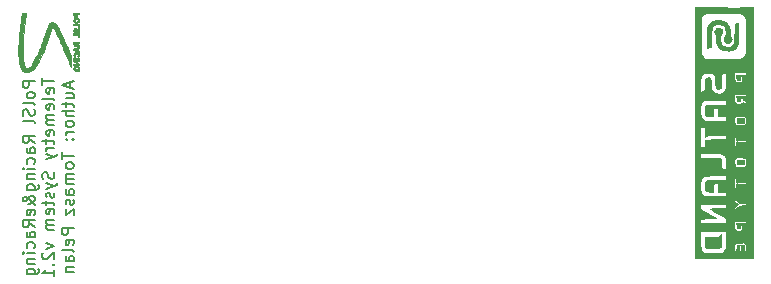
<source format=gbr>
%TF.GenerationSoftware,KiCad,Pcbnew,(5.1.10)-1*%
%TF.CreationDate,2021-11-03T11:27:17+01:00*%
%TF.ProjectId,Telemetry,54656c65-6d65-4747-9279-2e6b69636164,rev?*%
%TF.SameCoordinates,Original*%
%TF.FileFunction,Legend,Bot*%
%TF.FilePolarity,Positive*%
%FSLAX46Y46*%
G04 Gerber Fmt 4.6, Leading zero omitted, Abs format (unit mm)*
G04 Created by KiCad (PCBNEW (5.1.10)-1) date 2021-11-03 11:27:17*
%MOMM*%
%LPD*%
G01*
G04 APERTURE LIST*
%ADD10C,0.150000*%
%ADD11C,0.010000*%
G04 APERTURE END LIST*
D10*
X144852380Y-64199523D02*
X143852380Y-64199523D01*
X143852380Y-64580476D01*
X143900000Y-64675714D01*
X143947619Y-64723333D01*
X144042857Y-64770952D01*
X144185714Y-64770952D01*
X144280952Y-64723333D01*
X144328571Y-64675714D01*
X144376190Y-64580476D01*
X144376190Y-64199523D01*
X144852380Y-65342380D02*
X144804761Y-65247142D01*
X144757142Y-65199523D01*
X144661904Y-65151904D01*
X144376190Y-65151904D01*
X144280952Y-65199523D01*
X144233333Y-65247142D01*
X144185714Y-65342380D01*
X144185714Y-65485238D01*
X144233333Y-65580476D01*
X144280952Y-65628095D01*
X144376190Y-65675714D01*
X144661904Y-65675714D01*
X144757142Y-65628095D01*
X144804761Y-65580476D01*
X144852380Y-65485238D01*
X144852380Y-65342380D01*
X144852380Y-66247142D02*
X144804761Y-66151904D01*
X144709523Y-66104285D01*
X143852380Y-66104285D01*
X144804761Y-66580476D02*
X144852380Y-66723333D01*
X144852380Y-66961428D01*
X144804761Y-67056666D01*
X144757142Y-67104285D01*
X144661904Y-67151904D01*
X144566666Y-67151904D01*
X144471428Y-67104285D01*
X144423809Y-67056666D01*
X144376190Y-66961428D01*
X144328571Y-66770952D01*
X144280952Y-66675714D01*
X144233333Y-66628095D01*
X144138095Y-66580476D01*
X144042857Y-66580476D01*
X143947619Y-66628095D01*
X143900000Y-66675714D01*
X143852380Y-66770952D01*
X143852380Y-67009047D01*
X143900000Y-67151904D01*
X144852380Y-67723333D02*
X144804761Y-67628095D01*
X144709523Y-67580476D01*
X143852380Y-67580476D01*
X144852380Y-69437619D02*
X144376190Y-69104285D01*
X144852380Y-68866190D02*
X143852380Y-68866190D01*
X143852380Y-69247142D01*
X143900000Y-69342380D01*
X143947619Y-69390000D01*
X144042857Y-69437619D01*
X144185714Y-69437619D01*
X144280952Y-69390000D01*
X144328571Y-69342380D01*
X144376190Y-69247142D01*
X144376190Y-68866190D01*
X144852380Y-70294761D02*
X144328571Y-70294761D01*
X144233333Y-70247142D01*
X144185714Y-70151904D01*
X144185714Y-69961428D01*
X144233333Y-69866190D01*
X144804761Y-70294761D02*
X144852380Y-70199523D01*
X144852380Y-69961428D01*
X144804761Y-69866190D01*
X144709523Y-69818571D01*
X144614285Y-69818571D01*
X144519047Y-69866190D01*
X144471428Y-69961428D01*
X144471428Y-70199523D01*
X144423809Y-70294761D01*
X144804761Y-71199523D02*
X144852380Y-71104285D01*
X144852380Y-70913809D01*
X144804761Y-70818571D01*
X144757142Y-70770952D01*
X144661904Y-70723333D01*
X144376190Y-70723333D01*
X144280952Y-70770952D01*
X144233333Y-70818571D01*
X144185714Y-70913809D01*
X144185714Y-71104285D01*
X144233333Y-71199523D01*
X144852380Y-71628095D02*
X144185714Y-71628095D01*
X143852380Y-71628095D02*
X143900000Y-71580476D01*
X143947619Y-71628095D01*
X143900000Y-71675714D01*
X143852380Y-71628095D01*
X143947619Y-71628095D01*
X144185714Y-72104285D02*
X144852380Y-72104285D01*
X144280952Y-72104285D02*
X144233333Y-72151904D01*
X144185714Y-72247142D01*
X144185714Y-72390000D01*
X144233333Y-72485238D01*
X144328571Y-72532857D01*
X144852380Y-72532857D01*
X144185714Y-73437619D02*
X144995238Y-73437619D01*
X145090476Y-73390000D01*
X145138095Y-73342380D01*
X145185714Y-73247142D01*
X145185714Y-73104285D01*
X145138095Y-73009047D01*
X144804761Y-73437619D02*
X144852380Y-73342380D01*
X144852380Y-73151904D01*
X144804761Y-73056666D01*
X144757142Y-73009047D01*
X144661904Y-72961428D01*
X144376190Y-72961428D01*
X144280952Y-73009047D01*
X144233333Y-73056666D01*
X144185714Y-73151904D01*
X144185714Y-73342380D01*
X144233333Y-73437619D01*
X144852380Y-74723333D02*
X144852380Y-74675714D01*
X144804761Y-74580476D01*
X144661904Y-74437619D01*
X144376190Y-74199523D01*
X144233333Y-74104285D01*
X144090476Y-74056666D01*
X143995238Y-74056666D01*
X143900000Y-74104285D01*
X143852380Y-74199523D01*
X143852380Y-74247142D01*
X143900000Y-74342380D01*
X143995238Y-74390000D01*
X144042857Y-74390000D01*
X144138095Y-74342380D01*
X144185714Y-74294761D01*
X144376190Y-74009047D01*
X144423809Y-73961428D01*
X144519047Y-73913809D01*
X144661904Y-73913809D01*
X144757142Y-73961428D01*
X144804761Y-74009047D01*
X144852380Y-74104285D01*
X144852380Y-74247142D01*
X144804761Y-74342380D01*
X144757142Y-74390000D01*
X144566666Y-74532857D01*
X144423809Y-74580476D01*
X144328571Y-74580476D01*
X144804761Y-75532857D02*
X144852380Y-75437619D01*
X144852380Y-75247142D01*
X144804761Y-75151904D01*
X144709523Y-75104285D01*
X144328571Y-75104285D01*
X144233333Y-75151904D01*
X144185714Y-75247142D01*
X144185714Y-75437619D01*
X144233333Y-75532857D01*
X144328571Y-75580476D01*
X144423809Y-75580476D01*
X144519047Y-75104285D01*
X144852380Y-76580476D02*
X144376190Y-76247142D01*
X144852380Y-76009047D02*
X143852380Y-76009047D01*
X143852380Y-76390000D01*
X143900000Y-76485238D01*
X143947619Y-76532857D01*
X144042857Y-76580476D01*
X144185714Y-76580476D01*
X144280952Y-76532857D01*
X144328571Y-76485238D01*
X144376190Y-76390000D01*
X144376190Y-76009047D01*
X144852380Y-77437619D02*
X144328571Y-77437619D01*
X144233333Y-77390000D01*
X144185714Y-77294761D01*
X144185714Y-77104285D01*
X144233333Y-77009047D01*
X144804761Y-77437619D02*
X144852380Y-77342380D01*
X144852380Y-77104285D01*
X144804761Y-77009047D01*
X144709523Y-76961428D01*
X144614285Y-76961428D01*
X144519047Y-77009047D01*
X144471428Y-77104285D01*
X144471428Y-77342380D01*
X144423809Y-77437619D01*
X144804761Y-78342380D02*
X144852380Y-78247142D01*
X144852380Y-78056666D01*
X144804761Y-77961428D01*
X144757142Y-77913809D01*
X144661904Y-77866190D01*
X144376190Y-77866190D01*
X144280952Y-77913809D01*
X144233333Y-77961428D01*
X144185714Y-78056666D01*
X144185714Y-78247142D01*
X144233333Y-78342380D01*
X144852380Y-78770952D02*
X144185714Y-78770952D01*
X143852380Y-78770952D02*
X143900000Y-78723333D01*
X143947619Y-78770952D01*
X143900000Y-78818571D01*
X143852380Y-78770952D01*
X143947619Y-78770952D01*
X144185714Y-79247142D02*
X144852380Y-79247142D01*
X144280952Y-79247142D02*
X144233333Y-79294761D01*
X144185714Y-79390000D01*
X144185714Y-79532857D01*
X144233333Y-79628095D01*
X144328571Y-79675714D01*
X144852380Y-79675714D01*
X144185714Y-80580476D02*
X144995238Y-80580476D01*
X145090476Y-80532857D01*
X145138095Y-80485238D01*
X145185714Y-80390000D01*
X145185714Y-80247142D01*
X145138095Y-80151904D01*
X144804761Y-80580476D02*
X144852380Y-80485238D01*
X144852380Y-80294761D01*
X144804761Y-80199523D01*
X144757142Y-80151904D01*
X144661904Y-80104285D01*
X144376190Y-80104285D01*
X144280952Y-80151904D01*
X144233333Y-80199523D01*
X144185714Y-80294761D01*
X144185714Y-80485238D01*
X144233333Y-80580476D01*
X145502380Y-63937619D02*
X145502380Y-64509047D01*
X146502380Y-64223333D02*
X145502380Y-64223333D01*
X146454761Y-65223333D02*
X146502380Y-65128095D01*
X146502380Y-64937619D01*
X146454761Y-64842380D01*
X146359523Y-64794761D01*
X145978571Y-64794761D01*
X145883333Y-64842380D01*
X145835714Y-64937619D01*
X145835714Y-65128095D01*
X145883333Y-65223333D01*
X145978571Y-65270952D01*
X146073809Y-65270952D01*
X146169047Y-64794761D01*
X146502380Y-65842380D02*
X146454761Y-65747142D01*
X146359523Y-65699523D01*
X145502380Y-65699523D01*
X146454761Y-66604285D02*
X146502380Y-66509047D01*
X146502380Y-66318571D01*
X146454761Y-66223333D01*
X146359523Y-66175714D01*
X145978571Y-66175714D01*
X145883333Y-66223333D01*
X145835714Y-66318571D01*
X145835714Y-66509047D01*
X145883333Y-66604285D01*
X145978571Y-66651904D01*
X146073809Y-66651904D01*
X146169047Y-66175714D01*
X146502380Y-67080476D02*
X145835714Y-67080476D01*
X145930952Y-67080476D02*
X145883333Y-67128095D01*
X145835714Y-67223333D01*
X145835714Y-67366190D01*
X145883333Y-67461428D01*
X145978571Y-67509047D01*
X146502380Y-67509047D01*
X145978571Y-67509047D02*
X145883333Y-67556666D01*
X145835714Y-67651904D01*
X145835714Y-67794761D01*
X145883333Y-67890000D01*
X145978571Y-67937619D01*
X146502380Y-67937619D01*
X146454761Y-68794761D02*
X146502380Y-68699523D01*
X146502380Y-68509047D01*
X146454761Y-68413809D01*
X146359523Y-68366190D01*
X145978571Y-68366190D01*
X145883333Y-68413809D01*
X145835714Y-68509047D01*
X145835714Y-68699523D01*
X145883333Y-68794761D01*
X145978571Y-68842380D01*
X146073809Y-68842380D01*
X146169047Y-68366190D01*
X145835714Y-69128095D02*
X145835714Y-69509047D01*
X145502380Y-69270952D02*
X146359523Y-69270952D01*
X146454761Y-69318571D01*
X146502380Y-69413809D01*
X146502380Y-69509047D01*
X146502380Y-69842380D02*
X145835714Y-69842380D01*
X146026190Y-69842380D02*
X145930952Y-69890000D01*
X145883333Y-69937619D01*
X145835714Y-70032857D01*
X145835714Y-70128095D01*
X145835714Y-70366190D02*
X146502380Y-70604285D01*
X145835714Y-70842380D02*
X146502380Y-70604285D01*
X146740476Y-70509047D01*
X146788095Y-70461428D01*
X146835714Y-70366190D01*
X146454761Y-71937619D02*
X146502380Y-72080476D01*
X146502380Y-72318571D01*
X146454761Y-72413809D01*
X146407142Y-72461428D01*
X146311904Y-72509047D01*
X146216666Y-72509047D01*
X146121428Y-72461428D01*
X146073809Y-72413809D01*
X146026190Y-72318571D01*
X145978571Y-72128095D01*
X145930952Y-72032857D01*
X145883333Y-71985238D01*
X145788095Y-71937619D01*
X145692857Y-71937619D01*
X145597619Y-71985238D01*
X145550000Y-72032857D01*
X145502380Y-72128095D01*
X145502380Y-72366190D01*
X145550000Y-72509047D01*
X145835714Y-72842380D02*
X146502380Y-73080476D01*
X145835714Y-73318571D02*
X146502380Y-73080476D01*
X146740476Y-72985238D01*
X146788095Y-72937619D01*
X146835714Y-72842380D01*
X146454761Y-73651904D02*
X146502380Y-73747142D01*
X146502380Y-73937619D01*
X146454761Y-74032857D01*
X146359523Y-74080476D01*
X146311904Y-74080476D01*
X146216666Y-74032857D01*
X146169047Y-73937619D01*
X146169047Y-73794761D01*
X146121428Y-73699523D01*
X146026190Y-73651904D01*
X145978571Y-73651904D01*
X145883333Y-73699523D01*
X145835714Y-73794761D01*
X145835714Y-73937619D01*
X145883333Y-74032857D01*
X145835714Y-74366190D02*
X145835714Y-74747142D01*
X145502380Y-74509047D02*
X146359523Y-74509047D01*
X146454761Y-74556666D01*
X146502380Y-74651904D01*
X146502380Y-74747142D01*
X146454761Y-75461428D02*
X146502380Y-75366190D01*
X146502380Y-75175714D01*
X146454761Y-75080476D01*
X146359523Y-75032857D01*
X145978571Y-75032857D01*
X145883333Y-75080476D01*
X145835714Y-75175714D01*
X145835714Y-75366190D01*
X145883333Y-75461428D01*
X145978571Y-75509047D01*
X146073809Y-75509047D01*
X146169047Y-75032857D01*
X146502380Y-75937619D02*
X145835714Y-75937619D01*
X145930952Y-75937619D02*
X145883333Y-75985238D01*
X145835714Y-76080476D01*
X145835714Y-76223333D01*
X145883333Y-76318571D01*
X145978571Y-76366190D01*
X146502380Y-76366190D01*
X145978571Y-76366190D02*
X145883333Y-76413809D01*
X145835714Y-76509047D01*
X145835714Y-76651904D01*
X145883333Y-76747142D01*
X145978571Y-76794761D01*
X146502380Y-76794761D01*
X145835714Y-77937619D02*
X146502380Y-78175714D01*
X145835714Y-78413809D01*
X145597619Y-78747142D02*
X145550000Y-78794761D01*
X145502380Y-78890000D01*
X145502380Y-79128095D01*
X145550000Y-79223333D01*
X145597619Y-79270952D01*
X145692857Y-79318571D01*
X145788095Y-79318571D01*
X145930952Y-79270952D01*
X146502380Y-78699523D01*
X146502380Y-79318571D01*
X146407142Y-79747142D02*
X146454761Y-79794761D01*
X146502380Y-79747142D01*
X146454761Y-79699523D01*
X146407142Y-79747142D01*
X146502380Y-79747142D01*
X146502380Y-80747142D02*
X146502380Y-80175714D01*
X146502380Y-80461428D02*
X145502380Y-80461428D01*
X145645238Y-80366190D01*
X145740476Y-80270952D01*
X145788095Y-80175714D01*
X147866666Y-64342380D02*
X147866666Y-64818571D01*
X148152380Y-64247142D02*
X147152380Y-64580476D01*
X148152380Y-64913809D01*
X147485714Y-65675714D02*
X148152380Y-65675714D01*
X147485714Y-65247142D02*
X148009523Y-65247142D01*
X148104761Y-65294761D01*
X148152380Y-65389999D01*
X148152380Y-65532857D01*
X148104761Y-65628095D01*
X148057142Y-65675714D01*
X147485714Y-66009047D02*
X147485714Y-66389999D01*
X147152380Y-66151904D02*
X148009523Y-66151904D01*
X148104761Y-66199523D01*
X148152380Y-66294761D01*
X148152380Y-66389999D01*
X148152380Y-66723333D02*
X147152380Y-66723333D01*
X148152380Y-67151904D02*
X147628571Y-67151904D01*
X147533333Y-67104285D01*
X147485714Y-67009047D01*
X147485714Y-66866190D01*
X147533333Y-66770952D01*
X147580952Y-66723333D01*
X148152380Y-67770952D02*
X148104761Y-67675714D01*
X148057142Y-67628095D01*
X147961904Y-67580476D01*
X147676190Y-67580476D01*
X147580952Y-67628095D01*
X147533333Y-67675714D01*
X147485714Y-67770952D01*
X147485714Y-67913809D01*
X147533333Y-68009047D01*
X147580952Y-68056666D01*
X147676190Y-68104285D01*
X147961904Y-68104285D01*
X148057142Y-68056666D01*
X148104761Y-68009047D01*
X148152380Y-67913809D01*
X148152380Y-67770952D01*
X148152380Y-68532857D02*
X147485714Y-68532857D01*
X147676190Y-68532857D02*
X147580952Y-68580476D01*
X147533333Y-68628095D01*
X147485714Y-68723333D01*
X147485714Y-68818571D01*
X148057142Y-69151904D02*
X148104761Y-69199523D01*
X148152380Y-69151904D01*
X148104761Y-69104285D01*
X148057142Y-69151904D01*
X148152380Y-69151904D01*
X147533333Y-69151904D02*
X147580952Y-69199523D01*
X147628571Y-69151904D01*
X147580952Y-69104285D01*
X147533333Y-69151904D01*
X147628571Y-69151904D01*
X147152380Y-70247142D02*
X147152380Y-70818571D01*
X148152380Y-70532857D02*
X147152380Y-70532857D01*
X148152380Y-71294761D02*
X148104761Y-71199523D01*
X148057142Y-71151904D01*
X147961904Y-71104285D01*
X147676190Y-71104285D01*
X147580952Y-71151904D01*
X147533333Y-71199523D01*
X147485714Y-71294761D01*
X147485714Y-71437619D01*
X147533333Y-71532857D01*
X147580952Y-71580476D01*
X147676190Y-71628095D01*
X147961904Y-71628095D01*
X148057142Y-71580476D01*
X148104761Y-71532857D01*
X148152380Y-71437619D01*
X148152380Y-71294761D01*
X148152380Y-72056666D02*
X147485714Y-72056666D01*
X147580952Y-72056666D02*
X147533333Y-72104285D01*
X147485714Y-72199523D01*
X147485714Y-72342380D01*
X147533333Y-72437619D01*
X147628571Y-72485238D01*
X148152380Y-72485238D01*
X147628571Y-72485238D02*
X147533333Y-72532857D01*
X147485714Y-72628095D01*
X147485714Y-72770952D01*
X147533333Y-72866190D01*
X147628571Y-72913809D01*
X148152380Y-72913809D01*
X148152380Y-73818571D02*
X147628571Y-73818571D01*
X147533333Y-73770952D01*
X147485714Y-73675714D01*
X147485714Y-73485238D01*
X147533333Y-73389999D01*
X148104761Y-73818571D02*
X148152380Y-73723333D01*
X148152380Y-73485238D01*
X148104761Y-73389999D01*
X148009523Y-73342380D01*
X147914285Y-73342380D01*
X147819047Y-73389999D01*
X147771428Y-73485238D01*
X147771428Y-73723333D01*
X147723809Y-73818571D01*
X148104761Y-74247142D02*
X148152380Y-74342380D01*
X148152380Y-74532857D01*
X148104761Y-74628095D01*
X148009523Y-74675714D01*
X147961904Y-74675714D01*
X147866666Y-74628095D01*
X147819047Y-74532857D01*
X147819047Y-74389999D01*
X147771428Y-74294761D01*
X147676190Y-74247142D01*
X147628571Y-74247142D01*
X147533333Y-74294761D01*
X147485714Y-74389999D01*
X147485714Y-74532857D01*
X147533333Y-74628095D01*
X147485714Y-75009047D02*
X147485714Y-75532857D01*
X148152380Y-75009047D01*
X148152380Y-75532857D01*
X148152380Y-76675714D02*
X147152380Y-76675714D01*
X147152380Y-77056666D01*
X147200000Y-77151904D01*
X147247619Y-77199523D01*
X147342857Y-77247142D01*
X147485714Y-77247142D01*
X147580952Y-77199523D01*
X147628571Y-77151904D01*
X147676190Y-77056666D01*
X147676190Y-76675714D01*
X148104761Y-78056666D02*
X148152380Y-77961428D01*
X148152380Y-77770952D01*
X148104761Y-77675714D01*
X148009523Y-77628095D01*
X147628571Y-77628095D01*
X147533333Y-77675714D01*
X147485714Y-77770952D01*
X147485714Y-77961428D01*
X147533333Y-78056666D01*
X147628571Y-78104285D01*
X147723809Y-78104285D01*
X147819047Y-77628095D01*
X148152380Y-78675714D02*
X148104761Y-78580476D01*
X148009523Y-78532857D01*
X147152380Y-78532857D01*
X148152380Y-79485238D02*
X147628571Y-79485238D01*
X147533333Y-79437619D01*
X147485714Y-79342380D01*
X147485714Y-79151904D01*
X147533333Y-79056666D01*
X148104761Y-79485238D02*
X148152380Y-79389999D01*
X148152380Y-79151904D01*
X148104761Y-79056666D01*
X148009523Y-79009047D01*
X147914285Y-79009047D01*
X147819047Y-79056666D01*
X147771428Y-79151904D01*
X147771428Y-79389999D01*
X147723809Y-79485238D01*
X147485714Y-79961428D02*
X148152380Y-79961428D01*
X147580952Y-79961428D02*
X147533333Y-80009047D01*
X147485714Y-80104285D01*
X147485714Y-80247142D01*
X147533333Y-80342380D01*
X147628571Y-80389999D01*
X148152380Y-80389999D01*
D11*
%TO.C,G\u002A\u002A\u002A*%
G36*
X205648560Y-79161640D02*
G01*
X205668880Y-57952640D01*
X203377800Y-57990422D01*
X203455644Y-58425008D01*
X203782371Y-58425239D01*
X204058278Y-58427331D01*
X204280654Y-58431239D01*
X204446789Y-58436923D01*
X204553971Y-58444339D01*
X204591456Y-58450257D01*
X204766213Y-58528644D01*
X204917279Y-58657930D01*
X205025030Y-58815171D01*
X205105000Y-58972217D01*
X205105000Y-60351362D01*
X205105000Y-63484125D01*
X205105000Y-63658750D01*
X204279500Y-63658750D01*
X204279500Y-63858775D01*
X204287092Y-63996918D01*
X204313254Y-64082571D01*
X204363059Y-64125294D01*
X204426128Y-64135000D01*
X204525416Y-64123945D01*
X204577811Y-64082008D01*
X204596192Y-63996024D01*
X204597000Y-63960375D01*
X204607104Y-63858476D01*
X204639175Y-63808914D01*
X204647221Y-63805021D01*
X204721011Y-63784520D01*
X204763612Y-63799854D01*
X204783084Y-63860286D01*
X204787500Y-63966266D01*
X204775195Y-64114233D01*
X204732524Y-64212195D01*
X204650848Y-64268585D01*
X204521531Y-64291836D01*
X204452107Y-64293750D01*
X204318174Y-64288817D01*
X204223617Y-64267747D01*
X204161203Y-64221131D01*
X204123702Y-64139563D01*
X204103883Y-64013634D01*
X204094513Y-63833937D01*
X204094339Y-63828304D01*
X204089000Y-63653896D01*
X204089000Y-65309750D01*
X205105000Y-65309750D01*
X205105000Y-65500250D01*
X204276598Y-65500250D01*
X204285986Y-65714562D01*
X204295375Y-65928875D01*
X204581125Y-65928875D01*
X204590961Y-65792429D01*
X204604640Y-65700095D01*
X204635904Y-65649735D01*
X204680341Y-65625742D01*
X204751354Y-65601153D01*
X204781034Y-65606885D01*
X204787426Y-65650752D01*
X204787500Y-65672151D01*
X204803657Y-65729347D01*
X204859269Y-65787345D01*
X204946250Y-65846483D01*
X205036993Y-65906582D01*
X205084733Y-65954981D01*
X205102819Y-66009240D01*
X205105000Y-66055288D01*
X205105000Y-66166413D01*
X204792658Y-65974227D01*
X204712147Y-66054738D01*
X204651747Y-66103460D01*
X204601960Y-66120601D01*
X204601960Y-67151250D01*
X204756141Y-67152167D01*
X204860627Y-67156604D01*
X204929219Y-67167091D01*
X204975715Y-67186158D01*
X205013912Y-67216334D01*
X205027068Y-67229181D01*
X205070872Y-67282415D01*
X205094563Y-67344552D01*
X205103896Y-67436589D01*
X205105000Y-67513437D01*
X205099482Y-67634796D01*
X205085153Y-67741043D01*
X205068873Y-67799050D01*
X205021516Y-67862441D01*
X204941202Y-67906080D01*
X204819293Y-67932437D01*
X204647154Y-67943977D01*
X204558069Y-67945000D01*
X204421515Y-67943870D01*
X204331729Y-67937654D01*
X204271985Y-67922113D01*
X204225556Y-67893008D01*
X204178386Y-67848771D01*
X204129559Y-67796381D01*
X204101821Y-67748478D01*
X204090444Y-67686109D01*
X204090695Y-67590324D01*
X204094307Y-67511950D01*
X204105095Y-67374650D01*
X204127759Y-67277363D01*
X204171931Y-67213249D01*
X204247242Y-67175463D01*
X204363320Y-67157164D01*
X204529798Y-67151508D01*
X204601960Y-67151250D01*
X204601960Y-66120601D01*
X204581248Y-66127732D01*
X204476286Y-66135126D01*
X204453125Y-66135250D01*
X204342231Y-66130533D01*
X204268677Y-66110495D01*
X204206632Y-66066300D01*
X204181807Y-66042442D01*
X204139661Y-65997433D01*
X204112699Y-65954099D01*
X204097535Y-65897371D01*
X204090780Y-65812182D01*
X204089047Y-65683465D01*
X204089000Y-65629692D01*
X204089000Y-68929250D01*
X204279500Y-68929250D01*
X204279500Y-69124670D01*
X204280638Y-69230417D01*
X204286918Y-69283246D01*
X204302638Y-69293734D01*
X204332096Y-69272457D01*
X204337562Y-69267545D01*
X204376635Y-69243433D01*
X204438194Y-69227705D01*
X204534267Y-69218829D01*
X204676880Y-69215274D01*
X204750312Y-69215000D01*
X205105000Y-69215000D01*
X205105000Y-69405500D01*
X204580769Y-69405500D01*
X204580769Y-70675500D01*
X204775139Y-70680887D01*
X204915180Y-70701498D01*
X205009484Y-70744004D01*
X205066646Y-70815078D01*
X205095256Y-70921390D01*
X205103909Y-71069612D01*
X205103990Y-71081755D01*
X205101994Y-71207013D01*
X205091526Y-71287843D01*
X205067875Y-71343204D01*
X205027068Y-71391318D01*
X204987624Y-71426393D01*
X204944202Y-71449013D01*
X204882550Y-71461888D01*
X204788415Y-71467724D01*
X204647545Y-71469229D01*
X204616914Y-71469250D01*
X204473384Y-71467435D01*
X204350281Y-71462538D01*
X204263597Y-71455383D01*
X204233297Y-71449527D01*
X204165813Y-71391447D01*
X204117358Y-71282503D01*
X204091898Y-71133519D01*
X204089000Y-71055634D01*
X204089000Y-72453500D01*
X204279500Y-72453500D01*
X204279500Y-72648920D01*
X204280638Y-72754667D01*
X204286918Y-72807496D01*
X204302638Y-72817984D01*
X204332096Y-72796707D01*
X204337562Y-72791795D01*
X204376635Y-72767683D01*
X204438194Y-72751955D01*
X204534267Y-72743079D01*
X204676880Y-72739524D01*
X204750312Y-72739250D01*
X205105000Y-72739250D01*
X205105000Y-72929750D01*
X204279500Y-72929750D01*
X204279500Y-73080562D01*
X204277109Y-73171513D01*
X204262868Y-73215770D01*
X204226169Y-73230124D01*
X204184250Y-73231375D01*
X204126893Y-73231375D01*
X204126893Y-74221626D01*
X204183143Y-74251604D01*
X204277938Y-74313742D01*
X204335062Y-74352176D01*
X204422114Y-74418196D01*
X204482406Y-74478184D01*
X204501678Y-74514589D01*
X204509893Y-74537972D01*
X204542090Y-74551859D01*
X204609477Y-74557744D01*
X204723263Y-74557120D01*
X204803303Y-74554758D01*
X205105000Y-74544642D01*
X205105000Y-74739500D01*
X204855763Y-74739500D01*
X204723713Y-74741937D01*
X204633887Y-74752675D01*
X204565087Y-74776852D01*
X204496118Y-74819605D01*
X204481179Y-74830301D01*
X204371296Y-74907066D01*
X204252299Y-74986213D01*
X204222415Y-75005325D01*
X204089000Y-75089546D01*
X204089000Y-76073000D01*
X205105000Y-76073000D01*
X205105000Y-76263500D01*
X204913629Y-76263500D01*
X204913629Y-77876994D01*
X205009314Y-77972680D01*
X205056258Y-78023442D01*
X205084652Y-78071923D01*
X205099139Y-78135718D01*
X205104364Y-78232424D01*
X205105000Y-78335183D01*
X205105000Y-78602002D01*
X205011024Y-78588209D01*
X204963508Y-78578964D01*
X204934932Y-78559173D01*
X204919660Y-78514831D01*
X204912057Y-78431935D01*
X204907836Y-78331770D01*
X204898625Y-78089125D01*
X204795437Y-78079175D01*
X204692250Y-78069226D01*
X204692250Y-78597125D01*
X204501750Y-78597125D01*
X204501750Y-78393250D01*
X204508401Y-78257417D01*
X204530314Y-78169613D01*
X204556119Y-78129297D01*
X204584550Y-78094035D01*
X204578809Y-78077661D01*
X204528357Y-78075053D01*
X204452931Y-78079172D01*
X204295375Y-78089125D01*
X204286046Y-78319312D01*
X204278681Y-78431095D01*
X204267880Y-78513061D01*
X204255820Y-78549388D01*
X204254296Y-78549933D01*
X204208715Y-78557739D01*
X204160437Y-78569511D01*
X204125131Y-78576047D01*
X204103926Y-78564376D01*
X204093231Y-78522594D01*
X204089453Y-78438800D01*
X204089000Y-78332723D01*
X204091298Y-78199202D01*
X204100898Y-78110824D01*
X204121854Y-78049313D01*
X204158222Y-77996395D01*
X204165567Y-77987707D01*
X204202979Y-77947886D01*
X204242526Y-77921593D01*
X204298216Y-77905434D01*
X204384059Y-77896015D01*
X204514061Y-77889943D01*
X204577882Y-77887809D01*
X204913629Y-77876994D01*
X204913629Y-76263500D01*
X204276598Y-76263500D01*
X204285986Y-76477812D01*
X204295375Y-76692125D01*
X204581125Y-76692125D01*
X204590961Y-76555679D01*
X204604640Y-76463345D01*
X204635904Y-76412985D01*
X204680341Y-76388992D01*
X204744037Y-76366520D01*
X204773691Y-76358750D01*
X204782592Y-76386992D01*
X204786847Y-76458076D01*
X204786763Y-76551536D01*
X204782646Y-76646907D01*
X204774802Y-76723724D01*
X204767777Y-76754202D01*
X204712303Y-76818983D01*
X204611144Y-76868509D01*
X204481603Y-76895567D01*
X204421509Y-76898500D01*
X204314503Y-76889502D01*
X204237069Y-76854144D01*
X204181807Y-76805692D01*
X204139661Y-76760683D01*
X204112699Y-76717349D01*
X204097535Y-76660621D01*
X204090780Y-76575432D01*
X204089047Y-76446715D01*
X204089000Y-76392942D01*
X204089000Y-76073000D01*
X204089000Y-75089546D01*
X204089000Y-74978267D01*
X204095338Y-74910627D01*
X204123067Y-74858969D01*
X204185256Y-74805552D01*
X204247179Y-74763556D01*
X204331500Y-74705307D01*
X204389106Y-74659565D01*
X204405929Y-74639622D01*
X204381672Y-74612940D01*
X204318162Y-74564616D01*
X204247750Y-74517250D01*
X204157083Y-74454611D01*
X204109243Y-74404487D01*
X204091097Y-74349380D01*
X204089000Y-74305691D01*
X204089863Y-74250566D01*
X204099147Y-74221912D01*
X204126893Y-74221626D01*
X204126893Y-73231375D01*
X204089000Y-73231375D01*
X204089000Y-72453500D01*
X204089000Y-71055634D01*
X204092620Y-70941338D01*
X204108555Y-70866808D01*
X204144415Y-70808483D01*
X204181807Y-70768307D01*
X204227889Y-70725356D01*
X204272388Y-70698231D01*
X204330911Y-70683302D01*
X204419063Y-70676940D01*
X204552451Y-70675512D01*
X204580769Y-70675500D01*
X204580769Y-69405500D01*
X204279500Y-69405500D01*
X204279500Y-69548375D01*
X204276738Y-69636231D01*
X204260796Y-69677842D01*
X204220184Y-69690442D01*
X204184250Y-69691250D01*
X204089000Y-69691250D01*
X204089000Y-68929250D01*
X204089000Y-65629692D01*
X204089000Y-65309750D01*
X204089000Y-63653896D01*
X204083803Y-63484125D01*
X205105000Y-63484125D01*
X205105000Y-60351362D01*
X205104398Y-60723999D01*
X205102526Y-61036989D01*
X205099285Y-61294175D01*
X205094575Y-61499399D01*
X205088297Y-61656504D01*
X205080351Y-61769333D01*
X205070639Y-61841729D01*
X205065952Y-61861191D01*
X205003844Y-61987814D01*
X204902118Y-62113914D01*
X204779649Y-62220367D01*
X204655310Y-62288049D01*
X204639700Y-62293088D01*
X204579012Y-62302688D01*
X204468140Y-62310262D01*
X204304868Y-62315848D01*
X204086976Y-62319484D01*
X203812248Y-62321206D01*
X203478465Y-62321051D01*
X203426689Y-62320791D01*
X203426689Y-76930250D01*
X203416532Y-77620812D01*
X203412811Y-77849446D01*
X203408603Y-78024332D01*
X203402919Y-78155222D01*
X203394772Y-78251866D01*
X203383174Y-78324015D01*
X203367137Y-78381420D01*
X203345674Y-78433832D01*
X203331091Y-78464282D01*
X203231996Y-78610325D01*
X203127152Y-78702407D01*
X203082078Y-78731194D01*
X203039329Y-78752782D01*
X202989123Y-78768374D01*
X202921673Y-78779170D01*
X202827197Y-78786372D01*
X202695909Y-78791182D01*
X202518025Y-78794802D01*
X202353855Y-78797371D01*
X202096136Y-78799470D01*
X201892974Y-78795767D01*
X201735542Y-78784325D01*
X201615014Y-78763208D01*
X201522565Y-78730477D01*
X201449368Y-78684196D01*
X201386597Y-78622428D01*
X201350236Y-78577085D01*
X201302512Y-78505860D01*
X201265851Y-78428319D01*
X201238867Y-78335206D01*
X201220173Y-78217264D01*
X201208385Y-78065237D01*
X201202115Y-77869866D01*
X201199979Y-77621897D01*
X201199927Y-77573187D01*
X201199750Y-76930250D01*
X203426689Y-76930250D01*
X203426689Y-62320791D01*
X203389125Y-62320602D01*
X203389125Y-63500000D01*
X203400479Y-63529861D01*
X203409460Y-63611978D01*
X203416066Y-63735152D01*
X203420298Y-63888184D01*
X203422157Y-64059874D01*
X203421643Y-64239023D01*
X203418755Y-64414430D01*
X203413494Y-64574898D01*
X203405860Y-64709227D01*
X203395854Y-64806216D01*
X203389102Y-64840451D01*
X203312794Y-65004676D01*
X203190359Y-65134274D01*
X203031486Y-65224903D01*
X202845862Y-65272217D01*
X202643175Y-65271873D01*
X202602512Y-65263304D01*
X202602512Y-65786000D01*
X203422250Y-65786000D01*
X203422250Y-66230500D01*
X202566800Y-66230500D01*
X202295230Y-66229993D01*
X202080491Y-66230648D01*
X201915950Y-66235723D01*
X201794971Y-66248479D01*
X201710922Y-66272174D01*
X201657167Y-66310068D01*
X201627073Y-66365421D01*
X201614006Y-66441492D01*
X201611331Y-66541541D01*
X201612415Y-66668827D01*
X201612500Y-66699382D01*
X201613560Y-66848838D01*
X201618585Y-66949200D01*
X201630339Y-67014866D01*
X201651589Y-67060230D01*
X201685099Y-67099690D01*
X201690431Y-67105068D01*
X201734801Y-67143466D01*
X201784595Y-67166722D01*
X201856464Y-67178552D01*
X201967060Y-67182670D01*
X202039681Y-67183000D01*
X202311000Y-67183000D01*
X202311000Y-66526217D01*
X202533250Y-66461384D01*
X202755500Y-66396550D01*
X202755500Y-67183000D01*
X203422250Y-67183000D01*
X203422250Y-67595750D01*
X202584843Y-67595750D01*
X202355164Y-67595010D01*
X202141882Y-67592929D01*
X201954634Y-67589711D01*
X201803056Y-67585558D01*
X201696784Y-67580677D01*
X201648168Y-67575896D01*
X201568592Y-67543668D01*
X201471003Y-67482271D01*
X201410044Y-67433817D01*
X201329975Y-67352466D01*
X201272418Y-67263203D01*
X201234029Y-67154105D01*
X201211464Y-67013250D01*
X201201379Y-66828714D01*
X201199927Y-66684752D01*
X201204423Y-66472499D01*
X201219699Y-66310321D01*
X201248806Y-66185264D01*
X201294798Y-66084376D01*
X201360727Y-65994701D01*
X201363220Y-65991849D01*
X201418834Y-65934980D01*
X201480068Y-65889517D01*
X201554415Y-65854214D01*
X201649369Y-65827827D01*
X201772423Y-65809111D01*
X201931071Y-65796821D01*
X202132806Y-65789714D01*
X202385122Y-65786543D01*
X202602512Y-65786000D01*
X202602512Y-65263304D01*
X202496086Y-65240876D01*
X202370073Y-65175738D01*
X202252044Y-65067646D01*
X202160489Y-64936272D01*
X202122789Y-64843684D01*
X202109112Y-64762566D01*
X202098070Y-64636514D01*
X202090946Y-64484077D01*
X202088927Y-64353200D01*
X202086612Y-64174577D01*
X202076649Y-64049829D01*
X202054206Y-63969393D01*
X202014450Y-63923705D01*
X201952550Y-63903203D01*
X201863674Y-63898323D01*
X201859100Y-63898318D01*
X201754733Y-63911942D01*
X201683814Y-63959554D01*
X201672610Y-63972551D01*
X201648914Y-64008516D01*
X201632322Y-64055485D01*
X201621611Y-64124525D01*
X201615558Y-64226705D01*
X201612942Y-64373094D01*
X201612500Y-64516761D01*
X201612500Y-64986737D01*
X201414062Y-65046023D01*
X201215625Y-65105309D01*
X201206930Y-64570796D01*
X201205103Y-64329234D01*
X201209603Y-64140974D01*
X201222145Y-63995986D01*
X201244445Y-63884239D01*
X201278221Y-63795705D01*
X201325189Y-63720352D01*
X201359689Y-63678120D01*
X201448887Y-63591909D01*
X201545098Y-63537226D01*
X201664307Y-63509010D01*
X201822495Y-63502197D01*
X201907391Y-63504625D01*
X202046578Y-63513136D01*
X202141681Y-63527786D01*
X202212109Y-63553545D01*
X202277266Y-63595382D01*
X202285228Y-63601395D01*
X202367634Y-63673362D01*
X202426609Y-63751739D01*
X202465809Y-63848471D01*
X202488892Y-63975503D01*
X202499513Y-64144779D01*
X202501500Y-64307929D01*
X202502135Y-64474918D01*
X202505389Y-64590854D01*
X202513284Y-64668178D01*
X202527844Y-64719333D01*
X202551092Y-64756762D01*
X202579431Y-64787318D01*
X202684605Y-64851995D01*
X202802959Y-64859692D01*
X202907185Y-64815824D01*
X202932177Y-64795904D01*
X202950444Y-64770118D01*
X202963041Y-64729113D01*
X202971020Y-64663532D01*
X202975435Y-64564023D01*
X202977340Y-64421231D01*
X202977787Y-64225800D01*
X202977794Y-64188762D01*
X202977838Y-63611125D01*
X203166919Y-63555562D01*
X203271804Y-63526219D01*
X203353399Y-63506083D01*
X203389125Y-63500000D01*
X203389125Y-62320602D01*
X203086516Y-62319078D01*
X201655407Y-62309375D01*
X201523100Y-62221791D01*
X201420726Y-62137509D01*
X201326069Y-62033604D01*
X201303208Y-62001900D01*
X201215625Y-61869593D01*
X201205916Y-60454359D01*
X201203921Y-60067040D01*
X201203711Y-59740414D01*
X201205335Y-59471695D01*
X201208839Y-59258099D01*
X201214274Y-59096842D01*
X201221686Y-58985141D01*
X201231124Y-58920209D01*
X201232519Y-58915002D01*
X201312763Y-58737008D01*
X201441851Y-58594295D01*
X201549000Y-58520084D01*
X201691875Y-58435875D01*
X203080806Y-58426678D01*
X203455644Y-58425008D01*
X203494827Y-57978040D01*
X201238933Y-57978040D01*
X201199750Y-68103750D01*
X201612500Y-68103750D01*
X201612500Y-68973887D01*
X201732901Y-68856318D01*
X201853302Y-68738750D01*
X203422250Y-68738750D01*
X203422250Y-69150511D01*
X202525312Y-69158943D01*
X201628375Y-69167375D01*
X201619287Y-69476937D01*
X201610200Y-69786500D01*
X201199750Y-69786500D01*
X201199750Y-70326250D01*
X202037156Y-70326250D01*
X202266866Y-70326992D01*
X202480206Y-70329083D01*
X202667534Y-70332317D01*
X202819207Y-70336488D01*
X202925583Y-70341392D01*
X202974283Y-70346194D01*
X203082846Y-70392381D01*
X203197193Y-70479369D01*
X203298480Y-70589428D01*
X203367862Y-70704828D01*
X203374927Y-70723125D01*
X203391777Y-70799420D01*
X203405144Y-70913941D01*
X203414837Y-71053641D01*
X203420666Y-71205474D01*
X203422437Y-71356391D01*
X203422250Y-71366738D01*
X203422250Y-72199500D01*
X203422250Y-72612250D01*
X201768363Y-72612250D01*
X201687658Y-72692955D01*
X201652129Y-72731572D01*
X201629421Y-72771285D01*
X201617238Y-72825999D01*
X201613282Y-72909619D01*
X201615258Y-73036050D01*
X201617663Y-73116805D01*
X201628005Y-73309043D01*
X201645180Y-73439349D01*
X201669356Y-73508940D01*
X201671950Y-73512349D01*
X201706457Y-73538179D01*
X201766254Y-73554226D01*
X201864018Y-73562434D01*
X202012423Y-73564749D01*
X202013262Y-73564750D01*
X202311000Y-73564750D01*
X202311000Y-72941346D01*
X202493562Y-72883838D01*
X202598084Y-72850489D01*
X202680614Y-72823392D01*
X202715812Y-72811143D01*
X202733288Y-72819480D01*
X202745139Y-72865268D01*
X202752179Y-72956069D01*
X202755219Y-73099446D01*
X202755500Y-73180353D01*
X202755500Y-73564750D01*
X203422250Y-73564750D01*
X203422250Y-73977500D01*
X203422250Y-74580750D01*
X203422250Y-74993500D01*
X202733275Y-74993500D01*
X202476838Y-74994874D01*
X202283570Y-74999006D01*
X202153198Y-75005909D01*
X202085450Y-75015595D01*
X202076171Y-75025371D01*
X202111378Y-75050215D01*
X202193059Y-75102802D01*
X202313257Y-75178169D01*
X202464016Y-75271354D01*
X202637379Y-75377394D01*
X202757209Y-75450132D01*
X203406375Y-75843022D01*
X203425151Y-76263500D01*
X201199750Y-76263500D01*
X201199750Y-75851988D01*
X201889861Y-75843431D01*
X202579973Y-75834875D01*
X201215625Y-75009375D01*
X201206236Y-74795062D01*
X201196848Y-74580750D01*
X203422250Y-74580750D01*
X203422250Y-73977500D01*
X202515798Y-73977500D01*
X202235975Y-73977194D01*
X202012085Y-73975454D01*
X201836559Y-73971048D01*
X201701831Y-73962742D01*
X201600334Y-73949304D01*
X201524499Y-73929500D01*
X201466760Y-73902096D01*
X201419550Y-73865861D01*
X201375300Y-73819561D01*
X201347627Y-73787154D01*
X201286818Y-73699869D01*
X201244351Y-73598185D01*
X201217538Y-73469672D01*
X201203694Y-73301899D01*
X201200104Y-73104375D01*
X201204403Y-72890790D01*
X201219146Y-72727621D01*
X201247097Y-72602249D01*
X201291021Y-72502055D01*
X201350469Y-72418218D01*
X201404386Y-72358018D01*
X201458881Y-72310059D01*
X201521651Y-72272950D01*
X201600390Y-72245299D01*
X201702797Y-72225717D01*
X201836568Y-72212812D01*
X202009398Y-72205194D01*
X202228985Y-72201472D01*
X202503025Y-72200256D01*
X202557062Y-72200197D01*
X203422250Y-72199500D01*
X203422250Y-71366738D01*
X203419962Y-71493346D01*
X203413047Y-71603293D01*
X203401502Y-71673184D01*
X203389125Y-71691500D01*
X203342920Y-71683063D01*
X203256309Y-71661139D01*
X203166919Y-71635937D01*
X202977838Y-71580375D01*
X202977794Y-71209580D01*
X202975997Y-71040317D01*
X202969776Y-70923392D01*
X202957815Y-70847720D01*
X202938799Y-70802215D01*
X202927857Y-70788892D01*
X202905078Y-70773592D01*
X202866168Y-70761702D01*
X202803837Y-70752815D01*
X202710794Y-70746520D01*
X202579750Y-70742409D01*
X202403414Y-70740072D01*
X202174497Y-70739101D01*
X202038857Y-70739000D01*
X201199750Y-70739000D01*
X201199750Y-70326250D01*
X201199750Y-69786500D01*
X201199750Y-68103750D01*
X201239120Y-57978040D01*
X200797160Y-57947560D01*
X200771760Y-79166403D01*
X205653640Y-79167038D01*
X205648560Y-79161640D01*
G37*
X205648560Y-79161640D02*
X205668880Y-57952640D01*
X203377800Y-57990422D01*
X203455644Y-58425008D01*
X203782371Y-58425239D01*
X204058278Y-58427331D01*
X204280654Y-58431239D01*
X204446789Y-58436923D01*
X204553971Y-58444339D01*
X204591456Y-58450257D01*
X204766213Y-58528644D01*
X204917279Y-58657930D01*
X205025030Y-58815171D01*
X205105000Y-58972217D01*
X205105000Y-60351362D01*
X205105000Y-63484125D01*
X205105000Y-63658750D01*
X204279500Y-63658750D01*
X204279500Y-63858775D01*
X204287092Y-63996918D01*
X204313254Y-64082571D01*
X204363059Y-64125294D01*
X204426128Y-64135000D01*
X204525416Y-64123945D01*
X204577811Y-64082008D01*
X204596192Y-63996024D01*
X204597000Y-63960375D01*
X204607104Y-63858476D01*
X204639175Y-63808914D01*
X204647221Y-63805021D01*
X204721011Y-63784520D01*
X204763612Y-63799854D01*
X204783084Y-63860286D01*
X204787500Y-63966266D01*
X204775195Y-64114233D01*
X204732524Y-64212195D01*
X204650848Y-64268585D01*
X204521531Y-64291836D01*
X204452107Y-64293750D01*
X204318174Y-64288817D01*
X204223617Y-64267747D01*
X204161203Y-64221131D01*
X204123702Y-64139563D01*
X204103883Y-64013634D01*
X204094513Y-63833937D01*
X204094339Y-63828304D01*
X204089000Y-63653896D01*
X204089000Y-65309750D01*
X205105000Y-65309750D01*
X205105000Y-65500250D01*
X204276598Y-65500250D01*
X204285986Y-65714562D01*
X204295375Y-65928875D01*
X204581125Y-65928875D01*
X204590961Y-65792429D01*
X204604640Y-65700095D01*
X204635904Y-65649735D01*
X204680341Y-65625742D01*
X204751354Y-65601153D01*
X204781034Y-65606885D01*
X204787426Y-65650752D01*
X204787500Y-65672151D01*
X204803657Y-65729347D01*
X204859269Y-65787345D01*
X204946250Y-65846483D01*
X205036993Y-65906582D01*
X205084733Y-65954981D01*
X205102819Y-66009240D01*
X205105000Y-66055288D01*
X205105000Y-66166413D01*
X204792658Y-65974227D01*
X204712147Y-66054738D01*
X204651747Y-66103460D01*
X204601960Y-66120601D01*
X204601960Y-67151250D01*
X204756141Y-67152167D01*
X204860627Y-67156604D01*
X204929219Y-67167091D01*
X204975715Y-67186158D01*
X205013912Y-67216334D01*
X205027068Y-67229181D01*
X205070872Y-67282415D01*
X205094563Y-67344552D01*
X205103896Y-67436589D01*
X205105000Y-67513437D01*
X205099482Y-67634796D01*
X205085153Y-67741043D01*
X205068873Y-67799050D01*
X205021516Y-67862441D01*
X204941202Y-67906080D01*
X204819293Y-67932437D01*
X204647154Y-67943977D01*
X204558069Y-67945000D01*
X204421515Y-67943870D01*
X204331729Y-67937654D01*
X204271985Y-67922113D01*
X204225556Y-67893008D01*
X204178386Y-67848771D01*
X204129559Y-67796381D01*
X204101821Y-67748478D01*
X204090444Y-67686109D01*
X204090695Y-67590324D01*
X204094307Y-67511950D01*
X204105095Y-67374650D01*
X204127759Y-67277363D01*
X204171931Y-67213249D01*
X204247242Y-67175463D01*
X204363320Y-67157164D01*
X204529798Y-67151508D01*
X204601960Y-67151250D01*
X204601960Y-66120601D01*
X204581248Y-66127732D01*
X204476286Y-66135126D01*
X204453125Y-66135250D01*
X204342231Y-66130533D01*
X204268677Y-66110495D01*
X204206632Y-66066300D01*
X204181807Y-66042442D01*
X204139661Y-65997433D01*
X204112699Y-65954099D01*
X204097535Y-65897371D01*
X204090780Y-65812182D01*
X204089047Y-65683465D01*
X204089000Y-65629692D01*
X204089000Y-68929250D01*
X204279500Y-68929250D01*
X204279500Y-69124670D01*
X204280638Y-69230417D01*
X204286918Y-69283246D01*
X204302638Y-69293734D01*
X204332096Y-69272457D01*
X204337562Y-69267545D01*
X204376635Y-69243433D01*
X204438194Y-69227705D01*
X204534267Y-69218829D01*
X204676880Y-69215274D01*
X204750312Y-69215000D01*
X205105000Y-69215000D01*
X205105000Y-69405500D01*
X204580769Y-69405500D01*
X204580769Y-70675500D01*
X204775139Y-70680887D01*
X204915180Y-70701498D01*
X205009484Y-70744004D01*
X205066646Y-70815078D01*
X205095256Y-70921390D01*
X205103909Y-71069612D01*
X205103990Y-71081755D01*
X205101994Y-71207013D01*
X205091526Y-71287843D01*
X205067875Y-71343204D01*
X205027068Y-71391318D01*
X204987624Y-71426393D01*
X204944202Y-71449013D01*
X204882550Y-71461888D01*
X204788415Y-71467724D01*
X204647545Y-71469229D01*
X204616914Y-71469250D01*
X204473384Y-71467435D01*
X204350281Y-71462538D01*
X204263597Y-71455383D01*
X204233297Y-71449527D01*
X204165813Y-71391447D01*
X204117358Y-71282503D01*
X204091898Y-71133519D01*
X204089000Y-71055634D01*
X204089000Y-72453500D01*
X204279500Y-72453500D01*
X204279500Y-72648920D01*
X204280638Y-72754667D01*
X204286918Y-72807496D01*
X204302638Y-72817984D01*
X204332096Y-72796707D01*
X204337562Y-72791795D01*
X204376635Y-72767683D01*
X204438194Y-72751955D01*
X204534267Y-72743079D01*
X204676880Y-72739524D01*
X204750312Y-72739250D01*
X205105000Y-72739250D01*
X205105000Y-72929750D01*
X204279500Y-72929750D01*
X204279500Y-73080562D01*
X204277109Y-73171513D01*
X204262868Y-73215770D01*
X204226169Y-73230124D01*
X204184250Y-73231375D01*
X204126893Y-73231375D01*
X204126893Y-74221626D01*
X204183143Y-74251604D01*
X204277938Y-74313742D01*
X204335062Y-74352176D01*
X204422114Y-74418196D01*
X204482406Y-74478184D01*
X204501678Y-74514589D01*
X204509893Y-74537972D01*
X204542090Y-74551859D01*
X204609477Y-74557744D01*
X204723263Y-74557120D01*
X204803303Y-74554758D01*
X205105000Y-74544642D01*
X205105000Y-74739500D01*
X204855763Y-74739500D01*
X204723713Y-74741937D01*
X204633887Y-74752675D01*
X204565087Y-74776852D01*
X204496118Y-74819605D01*
X204481179Y-74830301D01*
X204371296Y-74907066D01*
X204252299Y-74986213D01*
X204222415Y-75005325D01*
X204089000Y-75089546D01*
X204089000Y-76073000D01*
X205105000Y-76073000D01*
X205105000Y-76263500D01*
X204913629Y-76263500D01*
X204913629Y-77876994D01*
X205009314Y-77972680D01*
X205056258Y-78023442D01*
X205084652Y-78071923D01*
X205099139Y-78135718D01*
X205104364Y-78232424D01*
X205105000Y-78335183D01*
X205105000Y-78602002D01*
X205011024Y-78588209D01*
X204963508Y-78578964D01*
X204934932Y-78559173D01*
X204919660Y-78514831D01*
X204912057Y-78431935D01*
X204907836Y-78331770D01*
X204898625Y-78089125D01*
X204795437Y-78079175D01*
X204692250Y-78069226D01*
X204692250Y-78597125D01*
X204501750Y-78597125D01*
X204501750Y-78393250D01*
X204508401Y-78257417D01*
X204530314Y-78169613D01*
X204556119Y-78129297D01*
X204584550Y-78094035D01*
X204578809Y-78077661D01*
X204528357Y-78075053D01*
X204452931Y-78079172D01*
X204295375Y-78089125D01*
X204286046Y-78319312D01*
X204278681Y-78431095D01*
X204267880Y-78513061D01*
X204255820Y-78549388D01*
X204254296Y-78549933D01*
X204208715Y-78557739D01*
X204160437Y-78569511D01*
X204125131Y-78576047D01*
X204103926Y-78564376D01*
X204093231Y-78522594D01*
X204089453Y-78438800D01*
X204089000Y-78332723D01*
X204091298Y-78199202D01*
X204100898Y-78110824D01*
X204121854Y-78049313D01*
X204158222Y-77996395D01*
X204165567Y-77987707D01*
X204202979Y-77947886D01*
X204242526Y-77921593D01*
X204298216Y-77905434D01*
X204384059Y-77896015D01*
X204514061Y-77889943D01*
X204577882Y-77887809D01*
X204913629Y-77876994D01*
X204913629Y-76263500D01*
X204276598Y-76263500D01*
X204285986Y-76477812D01*
X204295375Y-76692125D01*
X204581125Y-76692125D01*
X204590961Y-76555679D01*
X204604640Y-76463345D01*
X204635904Y-76412985D01*
X204680341Y-76388992D01*
X204744037Y-76366520D01*
X204773691Y-76358750D01*
X204782592Y-76386992D01*
X204786847Y-76458076D01*
X204786763Y-76551536D01*
X204782646Y-76646907D01*
X204774802Y-76723724D01*
X204767777Y-76754202D01*
X204712303Y-76818983D01*
X204611144Y-76868509D01*
X204481603Y-76895567D01*
X204421509Y-76898500D01*
X204314503Y-76889502D01*
X204237069Y-76854144D01*
X204181807Y-76805692D01*
X204139661Y-76760683D01*
X204112699Y-76717349D01*
X204097535Y-76660621D01*
X204090780Y-76575432D01*
X204089047Y-76446715D01*
X204089000Y-76392942D01*
X204089000Y-76073000D01*
X204089000Y-75089546D01*
X204089000Y-74978267D01*
X204095338Y-74910627D01*
X204123067Y-74858969D01*
X204185256Y-74805552D01*
X204247179Y-74763556D01*
X204331500Y-74705307D01*
X204389106Y-74659565D01*
X204405929Y-74639622D01*
X204381672Y-74612940D01*
X204318162Y-74564616D01*
X204247750Y-74517250D01*
X204157083Y-74454611D01*
X204109243Y-74404487D01*
X204091097Y-74349380D01*
X204089000Y-74305691D01*
X204089863Y-74250566D01*
X204099147Y-74221912D01*
X204126893Y-74221626D01*
X204126893Y-73231375D01*
X204089000Y-73231375D01*
X204089000Y-72453500D01*
X204089000Y-71055634D01*
X204092620Y-70941338D01*
X204108555Y-70866808D01*
X204144415Y-70808483D01*
X204181807Y-70768307D01*
X204227889Y-70725356D01*
X204272388Y-70698231D01*
X204330911Y-70683302D01*
X204419063Y-70676940D01*
X204552451Y-70675512D01*
X204580769Y-70675500D01*
X204580769Y-69405500D01*
X204279500Y-69405500D01*
X204279500Y-69548375D01*
X204276738Y-69636231D01*
X204260796Y-69677842D01*
X204220184Y-69690442D01*
X204184250Y-69691250D01*
X204089000Y-69691250D01*
X204089000Y-68929250D01*
X204089000Y-65629692D01*
X204089000Y-65309750D01*
X204089000Y-63653896D01*
X204083803Y-63484125D01*
X205105000Y-63484125D01*
X205105000Y-60351362D01*
X205104398Y-60723999D01*
X205102526Y-61036989D01*
X205099285Y-61294175D01*
X205094575Y-61499399D01*
X205088297Y-61656504D01*
X205080351Y-61769333D01*
X205070639Y-61841729D01*
X205065952Y-61861191D01*
X205003844Y-61987814D01*
X204902118Y-62113914D01*
X204779649Y-62220367D01*
X204655310Y-62288049D01*
X204639700Y-62293088D01*
X204579012Y-62302688D01*
X204468140Y-62310262D01*
X204304868Y-62315848D01*
X204086976Y-62319484D01*
X203812248Y-62321206D01*
X203478465Y-62321051D01*
X203426689Y-62320791D01*
X203426689Y-76930250D01*
X203416532Y-77620812D01*
X203412811Y-77849446D01*
X203408603Y-78024332D01*
X203402919Y-78155222D01*
X203394772Y-78251866D01*
X203383174Y-78324015D01*
X203367137Y-78381420D01*
X203345674Y-78433832D01*
X203331091Y-78464282D01*
X203231996Y-78610325D01*
X203127152Y-78702407D01*
X203082078Y-78731194D01*
X203039329Y-78752782D01*
X202989123Y-78768374D01*
X202921673Y-78779170D01*
X202827197Y-78786372D01*
X202695909Y-78791182D01*
X202518025Y-78794802D01*
X202353855Y-78797371D01*
X202096136Y-78799470D01*
X201892974Y-78795767D01*
X201735542Y-78784325D01*
X201615014Y-78763208D01*
X201522565Y-78730477D01*
X201449368Y-78684196D01*
X201386597Y-78622428D01*
X201350236Y-78577085D01*
X201302512Y-78505860D01*
X201265851Y-78428319D01*
X201238867Y-78335206D01*
X201220173Y-78217264D01*
X201208385Y-78065237D01*
X201202115Y-77869866D01*
X201199979Y-77621897D01*
X201199927Y-77573187D01*
X201199750Y-76930250D01*
X203426689Y-76930250D01*
X203426689Y-62320791D01*
X203389125Y-62320602D01*
X203389125Y-63500000D01*
X203400479Y-63529861D01*
X203409460Y-63611978D01*
X203416066Y-63735152D01*
X203420298Y-63888184D01*
X203422157Y-64059874D01*
X203421643Y-64239023D01*
X203418755Y-64414430D01*
X203413494Y-64574898D01*
X203405860Y-64709227D01*
X203395854Y-64806216D01*
X203389102Y-64840451D01*
X203312794Y-65004676D01*
X203190359Y-65134274D01*
X203031486Y-65224903D01*
X202845862Y-65272217D01*
X202643175Y-65271873D01*
X202602512Y-65263304D01*
X202602512Y-65786000D01*
X203422250Y-65786000D01*
X203422250Y-66230500D01*
X202566800Y-66230500D01*
X202295230Y-66229993D01*
X202080491Y-66230648D01*
X201915950Y-66235723D01*
X201794971Y-66248479D01*
X201710922Y-66272174D01*
X201657167Y-66310068D01*
X201627073Y-66365421D01*
X201614006Y-66441492D01*
X201611331Y-66541541D01*
X201612415Y-66668827D01*
X201612500Y-66699382D01*
X201613560Y-66848838D01*
X201618585Y-66949200D01*
X201630339Y-67014866D01*
X201651589Y-67060230D01*
X201685099Y-67099690D01*
X201690431Y-67105068D01*
X201734801Y-67143466D01*
X201784595Y-67166722D01*
X201856464Y-67178552D01*
X201967060Y-67182670D01*
X202039681Y-67183000D01*
X202311000Y-67183000D01*
X202311000Y-66526217D01*
X202533250Y-66461384D01*
X202755500Y-66396550D01*
X202755500Y-67183000D01*
X203422250Y-67183000D01*
X203422250Y-67595750D01*
X202584843Y-67595750D01*
X202355164Y-67595010D01*
X202141882Y-67592929D01*
X201954634Y-67589711D01*
X201803056Y-67585558D01*
X201696784Y-67580677D01*
X201648168Y-67575896D01*
X201568592Y-67543668D01*
X201471003Y-67482271D01*
X201410044Y-67433817D01*
X201329975Y-67352466D01*
X201272418Y-67263203D01*
X201234029Y-67154105D01*
X201211464Y-67013250D01*
X201201379Y-66828714D01*
X201199927Y-66684752D01*
X201204423Y-66472499D01*
X201219699Y-66310321D01*
X201248806Y-66185264D01*
X201294798Y-66084376D01*
X201360727Y-65994701D01*
X201363220Y-65991849D01*
X201418834Y-65934980D01*
X201480068Y-65889517D01*
X201554415Y-65854214D01*
X201649369Y-65827827D01*
X201772423Y-65809111D01*
X201931071Y-65796821D01*
X202132806Y-65789714D01*
X202385122Y-65786543D01*
X202602512Y-65786000D01*
X202602512Y-65263304D01*
X202496086Y-65240876D01*
X202370073Y-65175738D01*
X202252044Y-65067646D01*
X202160489Y-64936272D01*
X202122789Y-64843684D01*
X202109112Y-64762566D01*
X202098070Y-64636514D01*
X202090946Y-64484077D01*
X202088927Y-64353200D01*
X202086612Y-64174577D01*
X202076649Y-64049829D01*
X202054206Y-63969393D01*
X202014450Y-63923705D01*
X201952550Y-63903203D01*
X201863674Y-63898323D01*
X201859100Y-63898318D01*
X201754733Y-63911942D01*
X201683814Y-63959554D01*
X201672610Y-63972551D01*
X201648914Y-64008516D01*
X201632322Y-64055485D01*
X201621611Y-64124525D01*
X201615558Y-64226705D01*
X201612942Y-64373094D01*
X201612500Y-64516761D01*
X201612500Y-64986737D01*
X201414062Y-65046023D01*
X201215625Y-65105309D01*
X201206930Y-64570796D01*
X201205103Y-64329234D01*
X201209603Y-64140974D01*
X201222145Y-63995986D01*
X201244445Y-63884239D01*
X201278221Y-63795705D01*
X201325189Y-63720352D01*
X201359689Y-63678120D01*
X201448887Y-63591909D01*
X201545098Y-63537226D01*
X201664307Y-63509010D01*
X201822495Y-63502197D01*
X201907391Y-63504625D01*
X202046578Y-63513136D01*
X202141681Y-63527786D01*
X202212109Y-63553545D01*
X202277266Y-63595382D01*
X202285228Y-63601395D01*
X202367634Y-63673362D01*
X202426609Y-63751739D01*
X202465809Y-63848471D01*
X202488892Y-63975503D01*
X202499513Y-64144779D01*
X202501500Y-64307929D01*
X202502135Y-64474918D01*
X202505389Y-64590854D01*
X202513284Y-64668178D01*
X202527844Y-64719333D01*
X202551092Y-64756762D01*
X202579431Y-64787318D01*
X202684605Y-64851995D01*
X202802959Y-64859692D01*
X202907185Y-64815824D01*
X202932177Y-64795904D01*
X202950444Y-64770118D01*
X202963041Y-64729113D01*
X202971020Y-64663532D01*
X202975435Y-64564023D01*
X202977340Y-64421231D01*
X202977787Y-64225800D01*
X202977794Y-64188762D01*
X202977838Y-63611125D01*
X203166919Y-63555562D01*
X203271804Y-63526219D01*
X203353399Y-63506083D01*
X203389125Y-63500000D01*
X203389125Y-62320602D01*
X203086516Y-62319078D01*
X201655407Y-62309375D01*
X201523100Y-62221791D01*
X201420726Y-62137509D01*
X201326069Y-62033604D01*
X201303208Y-62001900D01*
X201215625Y-61869593D01*
X201205916Y-60454359D01*
X201203921Y-60067040D01*
X201203711Y-59740414D01*
X201205335Y-59471695D01*
X201208839Y-59258099D01*
X201214274Y-59096842D01*
X201221686Y-58985141D01*
X201231124Y-58920209D01*
X201232519Y-58915002D01*
X201312763Y-58737008D01*
X201441851Y-58594295D01*
X201549000Y-58520084D01*
X201691875Y-58435875D01*
X203080806Y-58426678D01*
X203455644Y-58425008D01*
X203494827Y-57978040D01*
X201238933Y-57978040D01*
X201199750Y-68103750D01*
X201612500Y-68103750D01*
X201612500Y-68973887D01*
X201732901Y-68856318D01*
X201853302Y-68738750D01*
X203422250Y-68738750D01*
X203422250Y-69150511D01*
X202525312Y-69158943D01*
X201628375Y-69167375D01*
X201619287Y-69476937D01*
X201610200Y-69786500D01*
X201199750Y-69786500D01*
X201199750Y-70326250D01*
X202037156Y-70326250D01*
X202266866Y-70326992D01*
X202480206Y-70329083D01*
X202667534Y-70332317D01*
X202819207Y-70336488D01*
X202925583Y-70341392D01*
X202974283Y-70346194D01*
X203082846Y-70392381D01*
X203197193Y-70479369D01*
X203298480Y-70589428D01*
X203367862Y-70704828D01*
X203374927Y-70723125D01*
X203391777Y-70799420D01*
X203405144Y-70913941D01*
X203414837Y-71053641D01*
X203420666Y-71205474D01*
X203422437Y-71356391D01*
X203422250Y-71366738D01*
X203422250Y-72199500D01*
X203422250Y-72612250D01*
X201768363Y-72612250D01*
X201687658Y-72692955D01*
X201652129Y-72731572D01*
X201629421Y-72771285D01*
X201617238Y-72825999D01*
X201613282Y-72909619D01*
X201615258Y-73036050D01*
X201617663Y-73116805D01*
X201628005Y-73309043D01*
X201645180Y-73439349D01*
X201669356Y-73508940D01*
X201671950Y-73512349D01*
X201706457Y-73538179D01*
X201766254Y-73554226D01*
X201864018Y-73562434D01*
X202012423Y-73564749D01*
X202013262Y-73564750D01*
X202311000Y-73564750D01*
X202311000Y-72941346D01*
X202493562Y-72883838D01*
X202598084Y-72850489D01*
X202680614Y-72823392D01*
X202715812Y-72811143D01*
X202733288Y-72819480D01*
X202745139Y-72865268D01*
X202752179Y-72956069D01*
X202755219Y-73099446D01*
X202755500Y-73180353D01*
X202755500Y-73564750D01*
X203422250Y-73564750D01*
X203422250Y-73977500D01*
X203422250Y-74580750D01*
X203422250Y-74993500D01*
X202733275Y-74993500D01*
X202476838Y-74994874D01*
X202283570Y-74999006D01*
X202153198Y-75005909D01*
X202085450Y-75015595D01*
X202076171Y-75025371D01*
X202111378Y-75050215D01*
X202193059Y-75102802D01*
X202313257Y-75178169D01*
X202464016Y-75271354D01*
X202637379Y-75377394D01*
X202757209Y-75450132D01*
X203406375Y-75843022D01*
X203425151Y-76263500D01*
X201199750Y-76263500D01*
X201199750Y-75851988D01*
X201889861Y-75843431D01*
X202579973Y-75834875D01*
X201215625Y-75009375D01*
X201206236Y-74795062D01*
X201196848Y-74580750D01*
X203422250Y-74580750D01*
X203422250Y-73977500D01*
X202515798Y-73977500D01*
X202235975Y-73977194D01*
X202012085Y-73975454D01*
X201836559Y-73971048D01*
X201701831Y-73962742D01*
X201600334Y-73949304D01*
X201524499Y-73929500D01*
X201466760Y-73902096D01*
X201419550Y-73865861D01*
X201375300Y-73819561D01*
X201347627Y-73787154D01*
X201286818Y-73699869D01*
X201244351Y-73598185D01*
X201217538Y-73469672D01*
X201203694Y-73301899D01*
X201200104Y-73104375D01*
X201204403Y-72890790D01*
X201219146Y-72727621D01*
X201247097Y-72602249D01*
X201291021Y-72502055D01*
X201350469Y-72418218D01*
X201404386Y-72358018D01*
X201458881Y-72310059D01*
X201521651Y-72272950D01*
X201600390Y-72245299D01*
X201702797Y-72225717D01*
X201836568Y-72212812D01*
X202009398Y-72205194D01*
X202228985Y-72201472D01*
X202503025Y-72200256D01*
X202557062Y-72200197D01*
X203422250Y-72199500D01*
X203422250Y-71366738D01*
X203419962Y-71493346D01*
X203413047Y-71603293D01*
X203401502Y-71673184D01*
X203389125Y-71691500D01*
X203342920Y-71683063D01*
X203256309Y-71661139D01*
X203166919Y-71635937D01*
X202977838Y-71580375D01*
X202977794Y-71209580D01*
X202975997Y-71040317D01*
X202969776Y-70923392D01*
X202957815Y-70847720D01*
X202938799Y-70802215D01*
X202927857Y-70788892D01*
X202905078Y-70773592D01*
X202866168Y-70761702D01*
X202803837Y-70752815D01*
X202710794Y-70746520D01*
X202579750Y-70742409D01*
X202403414Y-70740072D01*
X202174497Y-70739101D01*
X202038857Y-70739000D01*
X201199750Y-70739000D01*
X201199750Y-70326250D01*
X201199750Y-69786500D01*
X201199750Y-68103750D01*
X201239120Y-57978040D01*
X200797160Y-57947560D01*
X200771760Y-79166403D01*
X205653640Y-79167038D01*
X205648560Y-79161640D01*
G36*
X202443296Y-60165022D02*
G01*
X202481953Y-60219596D01*
X202515272Y-60264899D01*
X202537950Y-60316060D01*
X202552660Y-60386900D01*
X202562076Y-60491241D01*
X202568874Y-60642903D01*
X202569964Y-60674469D01*
X202576879Y-60838300D01*
X202586800Y-60955399D01*
X202603001Y-61042534D01*
X202628754Y-61116473D01*
X202667332Y-61193984D01*
X202673591Y-61205436D01*
X202797579Y-61373424D01*
X202938124Y-61490795D01*
X203017297Y-61543659D01*
X203082351Y-61578522D01*
X203150368Y-61599729D01*
X203238435Y-61611628D01*
X203363635Y-61618564D01*
X203453041Y-61621787D01*
X203617214Y-61625404D01*
X203734990Y-61621868D01*
X203823241Y-61609421D01*
X203898842Y-61586303D01*
X203933935Y-61571638D01*
X204126859Y-61459782D01*
X204272391Y-61313007D01*
X204356406Y-61175270D01*
X204438250Y-61011032D01*
X204438250Y-59283088D01*
X204281468Y-59333224D01*
X204124687Y-59383361D01*
X204114781Y-60163743D01*
X204110606Y-60433441D01*
X204104347Y-60647442D01*
X204093970Y-60813547D01*
X204077440Y-60939559D01*
X204052723Y-61033280D01*
X204017787Y-61102513D01*
X203970595Y-61155060D01*
X203909116Y-61198722D01*
X203834273Y-61239777D01*
X203697904Y-61286781D01*
X203537493Y-61307133D01*
X203374766Y-61301254D01*
X203231449Y-61269566D01*
X203146048Y-61226420D01*
X203045872Y-61140969D01*
X202978438Y-61050240D01*
X202937925Y-60939301D01*
X202918511Y-60793223D01*
X202914250Y-60631913D01*
X202915609Y-60483249D01*
X202921458Y-60383395D01*
X202934449Y-60317687D01*
X202957236Y-60271462D01*
X202985687Y-60237175D01*
X203038311Y-60153816D01*
X203056789Y-60041176D01*
X203057125Y-60018212D01*
X203049010Y-59917141D01*
X203015070Y-59845831D01*
X202953436Y-59782645D01*
X202830202Y-59704188D01*
X202707674Y-59689205D01*
X202586597Y-59737670D01*
X202514199Y-59797950D01*
X202428400Y-59918164D01*
X202404641Y-60042153D01*
X202443296Y-60165022D01*
G37*
X202443296Y-60165022D02*
X202481953Y-60219596D01*
X202515272Y-60264899D01*
X202537950Y-60316060D01*
X202552660Y-60386900D01*
X202562076Y-60491241D01*
X202568874Y-60642903D01*
X202569964Y-60674469D01*
X202576879Y-60838300D01*
X202586800Y-60955399D01*
X202603001Y-61042534D01*
X202628754Y-61116473D01*
X202667332Y-61193984D01*
X202673591Y-61205436D01*
X202797579Y-61373424D01*
X202938124Y-61490795D01*
X203017297Y-61543659D01*
X203082351Y-61578522D01*
X203150368Y-61599729D01*
X203238435Y-61611628D01*
X203363635Y-61618564D01*
X203453041Y-61621787D01*
X203617214Y-61625404D01*
X203734990Y-61621868D01*
X203823241Y-61609421D01*
X203898842Y-61586303D01*
X203933935Y-61571638D01*
X204126859Y-61459782D01*
X204272391Y-61313007D01*
X204356406Y-61175270D01*
X204438250Y-61011032D01*
X204438250Y-59283088D01*
X204281468Y-59333224D01*
X204124687Y-59383361D01*
X204114781Y-60163743D01*
X204110606Y-60433441D01*
X204104347Y-60647442D01*
X204093970Y-60813547D01*
X204077440Y-60939559D01*
X204052723Y-61033280D01*
X204017787Y-61102513D01*
X203970595Y-61155060D01*
X203909116Y-61198722D01*
X203834273Y-61239777D01*
X203697904Y-61286781D01*
X203537493Y-61307133D01*
X203374766Y-61301254D01*
X203231449Y-61269566D01*
X203146048Y-61226420D01*
X203045872Y-61140969D01*
X202978438Y-61050240D01*
X202937925Y-60939301D01*
X202918511Y-60793223D01*
X202914250Y-60631913D01*
X202915609Y-60483249D01*
X202921458Y-60383395D01*
X202934449Y-60317687D01*
X202957236Y-60271462D01*
X202985687Y-60237175D01*
X203038311Y-60153816D01*
X203056789Y-60041176D01*
X203057125Y-60018212D01*
X203049010Y-59917141D01*
X203015070Y-59845831D01*
X202953436Y-59782645D01*
X202830202Y-59704188D01*
X202707674Y-59689205D01*
X202586597Y-59737670D01*
X202514199Y-59797950D01*
X202428400Y-59918164D01*
X202404641Y-60042153D01*
X202443296Y-60165022D01*
G36*
X201807214Y-60988577D02*
G01*
X201809611Y-61163578D01*
X201813888Y-61295963D01*
X201819897Y-61378584D01*
X201826822Y-61404500D01*
X201871401Y-61394945D01*
X201952963Y-61370637D01*
X202003719Y-61353890D01*
X202152250Y-61303280D01*
X202153775Y-60536327D01*
X202154817Y-60288497D01*
X202157194Y-60095757D01*
X202161440Y-59949701D01*
X202168087Y-59841926D01*
X202177670Y-59764026D01*
X202190722Y-59707596D01*
X202207776Y-59664230D01*
X202209337Y-59661058D01*
X202289063Y-59542084D01*
X202395273Y-59463715D01*
X202540534Y-59418790D01*
X202660062Y-59404263D01*
X202870285Y-59400186D01*
X203032476Y-59425902D01*
X203156612Y-59485380D01*
X203252672Y-59582590D01*
X203299966Y-59658776D01*
X203327049Y-59739251D01*
X203346801Y-59855945D01*
X203358904Y-59993180D01*
X203363043Y-60135279D01*
X203358903Y-60266562D01*
X203346167Y-60371353D01*
X203324519Y-60433973D01*
X203315760Y-60442484D01*
X203245212Y-60517857D01*
X203207872Y-60628633D01*
X203208039Y-60753678D01*
X203234455Y-60842133D01*
X203299866Y-60925056D01*
X203399268Y-60991645D01*
X203503314Y-61022997D01*
X203516037Y-61023500D01*
X203635935Y-60995345D01*
X203745402Y-60922041D01*
X203819786Y-60820322D01*
X203821626Y-60816036D01*
X203853692Y-60733201D01*
X203861519Y-60677629D01*
X203846374Y-60618428D01*
X203831315Y-60579652D01*
X203790733Y-60499852D01*
X203757529Y-60452652D01*
X203733904Y-60391280D01*
X203715682Y-60267818D01*
X203703025Y-60083462D01*
X203701171Y-60039250D01*
X203692951Y-59870998D01*
X203681297Y-59749248D01*
X203663064Y-59656998D01*
X203635109Y-59577252D01*
X203603438Y-59510649D01*
X203476329Y-59323352D01*
X203311770Y-59185991D01*
X203108241Y-59097733D01*
X202864222Y-59057747D01*
X202771481Y-59055000D01*
X202507240Y-59076529D01*
X202286747Y-59142336D01*
X202106522Y-59254251D01*
X201963087Y-59414104D01*
X201905094Y-59510649D01*
X201818875Y-59674125D01*
X201808665Y-60539312D01*
X201806849Y-60778106D01*
X201807214Y-60988577D01*
G37*
X201807214Y-60988577D02*
X201809611Y-61163578D01*
X201813888Y-61295963D01*
X201819897Y-61378584D01*
X201826822Y-61404500D01*
X201871401Y-61394945D01*
X201952963Y-61370637D01*
X202003719Y-61353890D01*
X202152250Y-61303280D01*
X202153775Y-60536327D01*
X202154817Y-60288497D01*
X202157194Y-60095757D01*
X202161440Y-59949701D01*
X202168087Y-59841926D01*
X202177670Y-59764026D01*
X202190722Y-59707596D01*
X202207776Y-59664230D01*
X202209337Y-59661058D01*
X202289063Y-59542084D01*
X202395273Y-59463715D01*
X202540534Y-59418790D01*
X202660062Y-59404263D01*
X202870285Y-59400186D01*
X203032476Y-59425902D01*
X203156612Y-59485380D01*
X203252672Y-59582590D01*
X203299966Y-59658776D01*
X203327049Y-59739251D01*
X203346801Y-59855945D01*
X203358904Y-59993180D01*
X203363043Y-60135279D01*
X203358903Y-60266562D01*
X203346167Y-60371353D01*
X203324519Y-60433973D01*
X203315760Y-60442484D01*
X203245212Y-60517857D01*
X203207872Y-60628633D01*
X203208039Y-60753678D01*
X203234455Y-60842133D01*
X203299866Y-60925056D01*
X203399268Y-60991645D01*
X203503314Y-61022997D01*
X203516037Y-61023500D01*
X203635935Y-60995345D01*
X203745402Y-60922041D01*
X203819786Y-60820322D01*
X203821626Y-60816036D01*
X203853692Y-60733201D01*
X203861519Y-60677629D01*
X203846374Y-60618428D01*
X203831315Y-60579652D01*
X203790733Y-60499852D01*
X203757529Y-60452652D01*
X203733904Y-60391280D01*
X203715682Y-60267818D01*
X203703025Y-60083462D01*
X203701171Y-60039250D01*
X203692951Y-59870998D01*
X203681297Y-59749248D01*
X203663064Y-59656998D01*
X203635109Y-59577252D01*
X203603438Y-59510649D01*
X203476329Y-59323352D01*
X203311770Y-59185991D01*
X203108241Y-59097733D01*
X202864222Y-59057747D01*
X202771481Y-59055000D01*
X202507240Y-59076529D01*
X202286747Y-59142336D01*
X202106522Y-59254251D01*
X201963087Y-59414104D01*
X201905094Y-59510649D01*
X201818875Y-59674125D01*
X201808665Y-60539312D01*
X201806849Y-60778106D01*
X201807214Y-60988577D01*
G36*
X204285536Y-67564964D02*
G01*
X204295375Y-67738625D01*
X204898625Y-67738625D01*
X204907917Y-67563767D01*
X204906235Y-67442036D01*
X204887702Y-67363846D01*
X204877754Y-67349454D01*
X204822827Y-67327121D01*
X204725727Y-67314008D01*
X204607099Y-67310069D01*
X204487591Y-67315260D01*
X204387849Y-67329534D01*
X204331292Y-67350651D01*
X204297927Y-67390890D01*
X204284076Y-67458595D01*
X204285536Y-67564964D01*
G37*
X204285536Y-67564964D02*
X204295375Y-67738625D01*
X204898625Y-67738625D01*
X204907917Y-67563767D01*
X204906235Y-67442036D01*
X204887702Y-67363846D01*
X204877754Y-67349454D01*
X204822827Y-67327121D01*
X204725727Y-67314008D01*
X204607099Y-67310069D01*
X204487591Y-67315260D01*
X204387849Y-67329534D01*
X204331292Y-67350651D01*
X204297927Y-67390890D01*
X204284076Y-67458595D01*
X204285536Y-67564964D01*
G36*
X204898625Y-71262875D02*
G01*
X204908158Y-71079928D01*
X204908998Y-70964484D01*
X204895214Y-70900655D01*
X204873754Y-70880121D01*
X204823148Y-70873399D01*
X204727130Y-70870329D01*
X204603706Y-70871349D01*
X204562596Y-70872568D01*
X204295375Y-70881875D01*
X204295375Y-71262875D01*
X204898625Y-71262875D01*
G37*
X204898625Y-71262875D02*
X204908158Y-71079928D01*
X204908998Y-70964484D01*
X204895214Y-70900655D01*
X204873754Y-70880121D01*
X204823148Y-70873399D01*
X204727130Y-70870329D01*
X204603706Y-70871349D01*
X204562596Y-70872568D01*
X204295375Y-70881875D01*
X204295375Y-71262875D01*
X204898625Y-71262875D01*
G36*
X201617914Y-77814484D02*
G01*
X201625763Y-78012534D01*
X201638004Y-78152645D01*
X201655275Y-78240267D01*
X201671950Y-78274859D01*
X201695367Y-78293890D01*
X201735282Y-78307769D01*
X201800747Y-78317269D01*
X201900816Y-78323163D01*
X202044540Y-78326225D01*
X202240974Y-78327228D01*
X202285224Y-78327250D01*
X202488819Y-78325419D01*
X202663701Y-78320261D01*
X202800311Y-78312273D01*
X202889091Y-78301951D01*
X202916337Y-78294382D01*
X202938681Y-78278367D01*
X202954819Y-78251675D01*
X202965724Y-78204958D01*
X202972371Y-78128870D01*
X202975732Y-78014062D01*
X202976782Y-77851189D01*
X202976685Y-77714945D01*
X202975620Y-77168375D01*
X202878355Y-77287437D01*
X202781090Y-77406500D01*
X201607453Y-77406500D01*
X201617914Y-77814484D01*
G37*
X201617914Y-77814484D02*
X201625763Y-78012534D01*
X201638004Y-78152645D01*
X201655275Y-78240267D01*
X201671950Y-78274859D01*
X201695367Y-78293890D01*
X201735282Y-78307769D01*
X201800747Y-78317269D01*
X201900816Y-78323163D01*
X202044540Y-78326225D01*
X202240974Y-78327228D01*
X202285224Y-78327250D01*
X202488819Y-78325419D01*
X202663701Y-78320261D01*
X202800311Y-78312273D01*
X202889091Y-78301951D01*
X202916337Y-78294382D01*
X202938681Y-78278367D01*
X202954819Y-78251675D01*
X202965724Y-78204958D01*
X202972371Y-78128870D01*
X202975732Y-78014062D01*
X202976782Y-77851189D01*
X202976685Y-77714945D01*
X202975620Y-77168375D01*
X202878355Y-77287437D01*
X202781090Y-77406500D01*
X201607453Y-77406500D01*
X201617914Y-77814484D01*
G36*
X143488686Y-61980892D02*
G01*
X143497265Y-62173273D01*
X143510403Y-62349909D01*
X143514902Y-62396414D01*
X143536208Y-62567868D01*
X143563661Y-62725643D01*
X143597101Y-62869135D01*
X143636367Y-62997741D01*
X143681298Y-63110857D01*
X143730363Y-63205580D01*
X143754214Y-63240934D01*
X143785539Y-63280897D01*
X143818717Y-63318440D01*
X143829084Y-63329070D01*
X143900537Y-63389906D01*
X143976069Y-63434030D01*
X144056537Y-63461686D01*
X144142796Y-63473119D01*
X144235703Y-63468573D01*
X144287697Y-63459817D01*
X144383275Y-63432496D01*
X144478399Y-63389914D01*
X144573188Y-63331902D01*
X144667762Y-63258295D01*
X144762241Y-63168926D01*
X144856743Y-63063629D01*
X144951388Y-62942237D01*
X145046296Y-62804584D01*
X145141586Y-62650503D01*
X145237377Y-62479828D01*
X145333789Y-62292392D01*
X145430942Y-62088030D01*
X145528954Y-61866574D01*
X145627945Y-61627858D01*
X145660231Y-61546828D01*
X145698309Y-61449629D01*
X145735013Y-61354333D01*
X145770962Y-61259190D01*
X145806773Y-61162450D01*
X145843065Y-61062364D01*
X145880456Y-60957181D01*
X145919564Y-60845152D01*
X145961008Y-60724527D01*
X146005406Y-60593556D01*
X146053376Y-60450490D01*
X146105536Y-60293578D01*
X146141741Y-60184058D01*
X146173590Y-60088123D01*
X146203183Y-60000142D01*
X146230095Y-59921320D01*
X146253902Y-59852863D01*
X146274177Y-59795975D01*
X146290497Y-59751861D01*
X146302435Y-59721726D01*
X146309568Y-59706774D01*
X146310538Y-59705560D01*
X146342735Y-59687376D01*
X146377406Y-59685753D01*
X146392140Y-59690229D01*
X146411879Y-59705064D01*
X146437894Y-59735479D01*
X146469847Y-59780832D01*
X146507405Y-59840480D01*
X146550232Y-59913781D01*
X146597992Y-60000094D01*
X146650352Y-60098775D01*
X146706974Y-60209182D01*
X146767525Y-60330674D01*
X146831669Y-60462608D01*
X146899071Y-60604341D01*
X146969395Y-60755231D01*
X147042307Y-60914637D01*
X147111930Y-61069483D01*
X147167891Y-61195876D01*
X147229259Y-61336175D01*
X147295020Y-61487986D01*
X147364161Y-61648915D01*
X147435668Y-61816571D01*
X147508527Y-61988558D01*
X147581726Y-62162485D01*
X147654249Y-62335957D01*
X147725085Y-62506583D01*
X147793219Y-62671968D01*
X147857638Y-62829720D01*
X147863074Y-62843103D01*
X147884632Y-62895785D01*
X147904328Y-62943116D01*
X147921111Y-62982636D01*
X147933930Y-63011883D01*
X147941734Y-63028397D01*
X147943292Y-63030976D01*
X147944671Y-63024091D01*
X147945951Y-63001256D01*
X147947109Y-62964036D01*
X147948121Y-62913996D01*
X147948963Y-62852705D01*
X147949612Y-62781726D01*
X147950043Y-62702627D01*
X147950234Y-62616974D01*
X147950231Y-62571148D01*
X147949841Y-62103000D01*
X147905816Y-61997897D01*
X147787413Y-61716934D01*
X147674460Y-61452418D01*
X147566874Y-61204176D01*
X147464572Y-60972033D01*
X147367471Y-60755817D01*
X147275486Y-60555354D01*
X147188535Y-60370471D01*
X147106534Y-60200994D01*
X147029400Y-60046749D01*
X146957050Y-59907564D01*
X146889400Y-59783265D01*
X146826366Y-59673678D01*
X146767866Y-59578631D01*
X146713816Y-59497949D01*
X146685050Y-59458432D01*
X146645313Y-59409390D01*
X146601138Y-59360987D01*
X146556232Y-59316905D01*
X146514300Y-59280825D01*
X146485421Y-59260214D01*
X146417971Y-59227211D01*
X146350402Y-59211350D01*
X146283988Y-59212310D01*
X146220004Y-59229770D01*
X146159724Y-59263412D01*
X146104422Y-59312915D01*
X146062818Y-59366413D01*
X146050138Y-59386100D01*
X146038082Y-59406461D01*
X146026150Y-59428827D01*
X146013841Y-59454527D01*
X146000654Y-59484894D01*
X145986090Y-59521256D01*
X145969647Y-59564946D01*
X145950826Y-59617293D01*
X145929125Y-59679627D01*
X145904043Y-59753281D01*
X145875082Y-59839584D01*
X145841739Y-59939866D01*
X145803515Y-60055459D01*
X145802722Y-60057862D01*
X145729213Y-60279225D01*
X145659969Y-60484888D01*
X145594540Y-60676023D01*
X145532480Y-60853803D01*
X145473340Y-61019400D01*
X145416674Y-61173985D01*
X145362032Y-61318731D01*
X145308967Y-61454810D01*
X145257032Y-61583394D01*
X145205778Y-61705654D01*
X145154757Y-61822764D01*
X145103523Y-61935895D01*
X145051627Y-62046218D01*
X145011286Y-62129276D01*
X144925535Y-62296884D01*
X144840648Y-62449614D01*
X144756839Y-62587212D01*
X144674321Y-62709423D01*
X144593308Y-62815992D01*
X144514013Y-62906666D01*
X144436650Y-62981189D01*
X144361430Y-63039308D01*
X144288569Y-63080768D01*
X144218279Y-63105315D01*
X144188342Y-63110677D01*
X144145930Y-63110429D01*
X144109554Y-63097112D01*
X144076580Y-63069220D01*
X144047462Y-63030139D01*
X144007512Y-62955858D01*
X143971927Y-62864977D01*
X143940715Y-62757861D01*
X143913884Y-62634875D01*
X143891442Y-62496387D01*
X143873399Y-62342761D01*
X143859763Y-62174364D01*
X143850543Y-61991562D01*
X143845746Y-61794721D01*
X143845382Y-61584207D01*
X143849460Y-61360385D01*
X143857987Y-61123622D01*
X143870972Y-60874284D01*
X143888424Y-60612737D01*
X143910352Y-60339347D01*
X143936763Y-60054479D01*
X143967667Y-59758501D01*
X143970396Y-59733793D01*
X143994963Y-59518791D01*
X144020795Y-59305045D01*
X144047341Y-59096902D01*
X144074051Y-58898709D01*
X144093514Y-58761586D01*
X144102545Y-58699411D01*
X144111097Y-58640426D01*
X144118731Y-58587680D01*
X144125005Y-58544218D01*
X144129479Y-58513088D01*
X144131199Y-58501017D01*
X144137689Y-58455035D01*
X143773553Y-58455035D01*
X143768716Y-58483500D01*
X143759295Y-58541870D01*
X143748222Y-58615484D01*
X143735778Y-58702179D01*
X143722247Y-58799788D01*
X143707910Y-58906148D01*
X143693051Y-59019091D01*
X143677950Y-59136455D01*
X143662892Y-59256073D01*
X143648157Y-59375780D01*
X143634029Y-59493411D01*
X143620790Y-59606802D01*
X143611364Y-59690000D01*
X143580352Y-59983430D01*
X143553610Y-60269246D01*
X143531171Y-60546546D01*
X143513066Y-60814426D01*
X143499328Y-61071981D01*
X143489988Y-61318309D01*
X143485080Y-61552506D01*
X143484635Y-61773668D01*
X143488686Y-61980892D01*
G37*
X143488686Y-61980892D02*
X143497265Y-62173273D01*
X143510403Y-62349909D01*
X143514902Y-62396414D01*
X143536208Y-62567868D01*
X143563661Y-62725643D01*
X143597101Y-62869135D01*
X143636367Y-62997741D01*
X143681298Y-63110857D01*
X143730363Y-63205580D01*
X143754214Y-63240934D01*
X143785539Y-63280897D01*
X143818717Y-63318440D01*
X143829084Y-63329070D01*
X143900537Y-63389906D01*
X143976069Y-63434030D01*
X144056537Y-63461686D01*
X144142796Y-63473119D01*
X144235703Y-63468573D01*
X144287697Y-63459817D01*
X144383275Y-63432496D01*
X144478399Y-63389914D01*
X144573188Y-63331902D01*
X144667762Y-63258295D01*
X144762241Y-63168926D01*
X144856743Y-63063629D01*
X144951388Y-62942237D01*
X145046296Y-62804584D01*
X145141586Y-62650503D01*
X145237377Y-62479828D01*
X145333789Y-62292392D01*
X145430942Y-62088030D01*
X145528954Y-61866574D01*
X145627945Y-61627858D01*
X145660231Y-61546828D01*
X145698309Y-61449629D01*
X145735013Y-61354333D01*
X145770962Y-61259190D01*
X145806773Y-61162450D01*
X145843065Y-61062364D01*
X145880456Y-60957181D01*
X145919564Y-60845152D01*
X145961008Y-60724527D01*
X146005406Y-60593556D01*
X146053376Y-60450490D01*
X146105536Y-60293578D01*
X146141741Y-60184058D01*
X146173590Y-60088123D01*
X146203183Y-60000142D01*
X146230095Y-59921320D01*
X146253902Y-59852863D01*
X146274177Y-59795975D01*
X146290497Y-59751861D01*
X146302435Y-59721726D01*
X146309568Y-59706774D01*
X146310538Y-59705560D01*
X146342735Y-59687376D01*
X146377406Y-59685753D01*
X146392140Y-59690229D01*
X146411879Y-59705064D01*
X146437894Y-59735479D01*
X146469847Y-59780832D01*
X146507405Y-59840480D01*
X146550232Y-59913781D01*
X146597992Y-60000094D01*
X146650352Y-60098775D01*
X146706974Y-60209182D01*
X146767525Y-60330674D01*
X146831669Y-60462608D01*
X146899071Y-60604341D01*
X146969395Y-60755231D01*
X147042307Y-60914637D01*
X147111930Y-61069483D01*
X147167891Y-61195876D01*
X147229259Y-61336175D01*
X147295020Y-61487986D01*
X147364161Y-61648915D01*
X147435668Y-61816571D01*
X147508527Y-61988558D01*
X147581726Y-62162485D01*
X147654249Y-62335957D01*
X147725085Y-62506583D01*
X147793219Y-62671968D01*
X147857638Y-62829720D01*
X147863074Y-62843103D01*
X147884632Y-62895785D01*
X147904328Y-62943116D01*
X147921111Y-62982636D01*
X147933930Y-63011883D01*
X147941734Y-63028397D01*
X147943292Y-63030976D01*
X147944671Y-63024091D01*
X147945951Y-63001256D01*
X147947109Y-62964036D01*
X147948121Y-62913996D01*
X147948963Y-62852705D01*
X147949612Y-62781726D01*
X147950043Y-62702627D01*
X147950234Y-62616974D01*
X147950231Y-62571148D01*
X147949841Y-62103000D01*
X147905816Y-61997897D01*
X147787413Y-61716934D01*
X147674460Y-61452418D01*
X147566874Y-61204176D01*
X147464572Y-60972033D01*
X147367471Y-60755817D01*
X147275486Y-60555354D01*
X147188535Y-60370471D01*
X147106534Y-60200994D01*
X147029400Y-60046749D01*
X146957050Y-59907564D01*
X146889400Y-59783265D01*
X146826366Y-59673678D01*
X146767866Y-59578631D01*
X146713816Y-59497949D01*
X146685050Y-59458432D01*
X146645313Y-59409390D01*
X146601138Y-59360987D01*
X146556232Y-59316905D01*
X146514300Y-59280825D01*
X146485421Y-59260214D01*
X146417971Y-59227211D01*
X146350402Y-59211350D01*
X146283988Y-59212310D01*
X146220004Y-59229770D01*
X146159724Y-59263412D01*
X146104422Y-59312915D01*
X146062818Y-59366413D01*
X146050138Y-59386100D01*
X146038082Y-59406461D01*
X146026150Y-59428827D01*
X146013841Y-59454527D01*
X146000654Y-59484894D01*
X145986090Y-59521256D01*
X145969647Y-59564946D01*
X145950826Y-59617293D01*
X145929125Y-59679627D01*
X145904043Y-59753281D01*
X145875082Y-59839584D01*
X145841739Y-59939866D01*
X145803515Y-60055459D01*
X145802722Y-60057862D01*
X145729213Y-60279225D01*
X145659969Y-60484888D01*
X145594540Y-60676023D01*
X145532480Y-60853803D01*
X145473340Y-61019400D01*
X145416674Y-61173985D01*
X145362032Y-61318731D01*
X145308967Y-61454810D01*
X145257032Y-61583394D01*
X145205778Y-61705654D01*
X145154757Y-61822764D01*
X145103523Y-61935895D01*
X145051627Y-62046218D01*
X145011286Y-62129276D01*
X144925535Y-62296884D01*
X144840648Y-62449614D01*
X144756839Y-62587212D01*
X144674321Y-62709423D01*
X144593308Y-62815992D01*
X144514013Y-62906666D01*
X144436650Y-62981189D01*
X144361430Y-63039308D01*
X144288569Y-63080768D01*
X144218279Y-63105315D01*
X144188342Y-63110677D01*
X144145930Y-63110429D01*
X144109554Y-63097112D01*
X144076580Y-63069220D01*
X144047462Y-63030139D01*
X144007512Y-62955858D01*
X143971927Y-62864977D01*
X143940715Y-62757861D01*
X143913884Y-62634875D01*
X143891442Y-62496387D01*
X143873399Y-62342761D01*
X143859763Y-62174364D01*
X143850543Y-61991562D01*
X143845746Y-61794721D01*
X143845382Y-61584207D01*
X143849460Y-61360385D01*
X143857987Y-61123622D01*
X143870972Y-60874284D01*
X143888424Y-60612737D01*
X143910352Y-60339347D01*
X143936763Y-60054479D01*
X143967667Y-59758501D01*
X143970396Y-59733793D01*
X143994963Y-59518791D01*
X144020795Y-59305045D01*
X144047341Y-59096902D01*
X144074051Y-58898709D01*
X144093514Y-58761586D01*
X144102545Y-58699411D01*
X144111097Y-58640426D01*
X144118731Y-58587680D01*
X144125005Y-58544218D01*
X144129479Y-58513088D01*
X144131199Y-58501017D01*
X144137689Y-58455035D01*
X143773553Y-58455035D01*
X143768716Y-58483500D01*
X143759295Y-58541870D01*
X143748222Y-58615484D01*
X143735778Y-58702179D01*
X143722247Y-58799788D01*
X143707910Y-58906148D01*
X143693051Y-59019091D01*
X143677950Y-59136455D01*
X143662892Y-59256073D01*
X143648157Y-59375780D01*
X143634029Y-59493411D01*
X143620790Y-59606802D01*
X143611364Y-59690000D01*
X143580352Y-59983430D01*
X143553610Y-60269246D01*
X143531171Y-60546546D01*
X143513066Y-60814426D01*
X143499328Y-61071981D01*
X143489988Y-61318309D01*
X143485080Y-61552506D01*
X143484635Y-61773668D01*
X143488686Y-61980892D01*
G36*
X148142614Y-63185801D02*
G01*
X148160620Y-63241191D01*
X148175401Y-63265149D01*
X148195427Y-63289656D01*
X148216514Y-63310368D01*
X148234479Y-63322945D01*
X148241187Y-63324828D01*
X148248172Y-63318310D01*
X148261821Y-63301457D01*
X148274648Y-63284162D01*
X148290752Y-63260923D01*
X148297424Y-63247272D01*
X148295771Y-63238801D01*
X148287784Y-63231747D01*
X148257770Y-63200570D01*
X148242368Y-63163787D01*
X148242066Y-63125015D01*
X148257354Y-63087869D01*
X148266652Y-63075724D01*
X148303609Y-63046210D01*
X148348578Y-63030289D01*
X148397828Y-63028557D01*
X148447624Y-63041610D01*
X148456095Y-63045449D01*
X148492136Y-63070578D01*
X148513149Y-63104393D01*
X148519931Y-63147925D01*
X148515029Y-63177514D01*
X148502441Y-63207087D01*
X148485349Y-63231069D01*
X148466932Y-63243887D01*
X148464882Y-63244392D01*
X148455899Y-63243397D01*
X148451362Y-63233401D01*
X148449905Y-63210627D01*
X148449862Y-63202849D01*
X148449862Y-63158414D01*
X148371035Y-63158414D01*
X148371035Y-63342826D01*
X148495845Y-63340396D01*
X148620656Y-63337966D01*
X148620656Y-63294172D01*
X148619648Y-63267626D01*
X148615412Y-63253925D01*
X148606128Y-63248453D01*
X148602355Y-63247765D01*
X148584054Y-63245150D01*
X148604545Y-63204677D01*
X148621288Y-63157236D01*
X148622084Y-63109950D01*
X148609231Y-63063939D01*
X148585569Y-63022321D01*
X148550255Y-62982246D01*
X148508690Y-62949269D01*
X148484897Y-62936066D01*
X148443157Y-62923086D01*
X148393552Y-62917167D01*
X148342509Y-62918290D01*
X148296450Y-62926435D01*
X148269847Y-62936708D01*
X148218459Y-62972775D01*
X148179034Y-63018526D01*
X148152581Y-63071152D01*
X148140105Y-63127846D01*
X148142614Y-63185801D01*
G37*
X148142614Y-63185801D02*
X148160620Y-63241191D01*
X148175401Y-63265149D01*
X148195427Y-63289656D01*
X148216514Y-63310368D01*
X148234479Y-63322945D01*
X148241187Y-63324828D01*
X148248172Y-63318310D01*
X148261821Y-63301457D01*
X148274648Y-63284162D01*
X148290752Y-63260923D01*
X148297424Y-63247272D01*
X148295771Y-63238801D01*
X148287784Y-63231747D01*
X148257770Y-63200570D01*
X148242368Y-63163787D01*
X148242066Y-63125015D01*
X148257354Y-63087869D01*
X148266652Y-63075724D01*
X148303609Y-63046210D01*
X148348578Y-63030289D01*
X148397828Y-63028557D01*
X148447624Y-63041610D01*
X148456095Y-63045449D01*
X148492136Y-63070578D01*
X148513149Y-63104393D01*
X148519931Y-63147925D01*
X148515029Y-63177514D01*
X148502441Y-63207087D01*
X148485349Y-63231069D01*
X148466932Y-63243887D01*
X148464882Y-63244392D01*
X148455899Y-63243397D01*
X148451362Y-63233401D01*
X148449905Y-63210627D01*
X148449862Y-63202849D01*
X148449862Y-63158414D01*
X148371035Y-63158414D01*
X148371035Y-63342826D01*
X148495845Y-63340396D01*
X148620656Y-63337966D01*
X148620656Y-63294172D01*
X148619648Y-63267626D01*
X148615412Y-63253925D01*
X148606128Y-63248453D01*
X148602355Y-63247765D01*
X148584054Y-63245150D01*
X148604545Y-63204677D01*
X148621288Y-63157236D01*
X148622084Y-63109950D01*
X148609231Y-63063939D01*
X148585569Y-63022321D01*
X148550255Y-62982246D01*
X148508690Y-62949269D01*
X148484897Y-62936066D01*
X148443157Y-62923086D01*
X148393552Y-62917167D01*
X148342509Y-62918290D01*
X148296450Y-62926435D01*
X148269847Y-62936708D01*
X148218459Y-62972775D01*
X148179034Y-63018526D01*
X148152581Y-63071152D01*
X148140105Y-63127846D01*
X148142614Y-63185801D01*
G36*
X148278542Y-62626506D02*
G01*
X148413774Y-62733621D01*
X148278542Y-62736033D01*
X148143311Y-62738445D01*
X148143311Y-62852144D01*
X148381983Y-62849813D01*
X148620656Y-62847483D01*
X148623292Y-62806684D01*
X148625929Y-62765886D01*
X148492259Y-62657788D01*
X148358590Y-62549690D01*
X148489623Y-62545310D01*
X148620656Y-62540931D01*
X148623263Y-62486190D01*
X148625871Y-62431448D01*
X148143311Y-62431448D01*
X148143311Y-62519391D01*
X148278542Y-62626506D01*
G37*
X148278542Y-62626506D02*
X148413774Y-62733621D01*
X148278542Y-62736033D01*
X148143311Y-62738445D01*
X148143311Y-62852144D01*
X148381983Y-62849813D01*
X148620656Y-62847483D01*
X148623292Y-62806684D01*
X148625929Y-62765886D01*
X148492259Y-62657788D01*
X148358590Y-62549690D01*
X148489623Y-62545310D01*
X148620656Y-62540931D01*
X148623263Y-62486190D01*
X148625871Y-62431448D01*
X148143311Y-62431448D01*
X148143311Y-62519391D01*
X148278542Y-62626506D01*
G36*
X148381983Y-62341813D02*
G01*
X148620656Y-62339483D01*
X148623227Y-62290963D01*
X148623606Y-62263131D01*
X148621858Y-62242828D01*
X148619578Y-62236221D01*
X148609500Y-62234573D01*
X148584249Y-62233088D01*
X148546169Y-62231828D01*
X148497605Y-62230853D01*
X148440901Y-62230224D01*
X148378401Y-62230000D01*
X148143311Y-62230000D01*
X148143311Y-62344144D01*
X148381983Y-62341813D01*
G37*
X148381983Y-62341813D02*
X148620656Y-62339483D01*
X148623227Y-62290963D01*
X148623606Y-62263131D01*
X148621858Y-62242828D01*
X148619578Y-62236221D01*
X148609500Y-62234573D01*
X148584249Y-62233088D01*
X148546169Y-62231828D01*
X148497605Y-62230853D01*
X148440901Y-62230224D01*
X148378401Y-62230000D01*
X148143311Y-62230000D01*
X148143311Y-62344144D01*
X148381983Y-62341813D01*
G36*
X148144799Y-62021928D02*
G01*
X148152043Y-62062728D01*
X148157929Y-62078606D01*
X148170411Y-62099040D01*
X148188700Y-62122592D01*
X148208875Y-62144935D01*
X148227019Y-62161739D01*
X148239210Y-62168679D01*
X148239514Y-62168690D01*
X148247441Y-62162148D01*
X148261729Y-62145251D01*
X148274401Y-62128369D01*
X148303357Y-62088048D01*
X148281090Y-62069248D01*
X148252993Y-62036157D01*
X148240465Y-61999885D01*
X148242644Y-61963318D01*
X148258667Y-61929347D01*
X148287671Y-61900860D01*
X148328794Y-61880744D01*
X148338190Y-61878034D01*
X148372329Y-61871882D01*
X148403062Y-61874054D01*
X148419978Y-61878011D01*
X148466195Y-61895317D01*
X148497194Y-61919403D01*
X148514574Y-61952135D01*
X148519931Y-61994805D01*
X148516903Y-62021569D01*
X148505288Y-62043387D01*
X148490684Y-62059551D01*
X148461437Y-62088798D01*
X148487028Y-62133123D01*
X148501299Y-62156857D01*
X148512058Y-62172943D01*
X148516250Y-62177448D01*
X148524219Y-62172079D01*
X148540807Y-62158284D01*
X148554566Y-62146112D01*
X148589207Y-62103693D01*
X148612413Y-62051778D01*
X148622956Y-61995109D01*
X148619608Y-61938428D01*
X148614027Y-61916573D01*
X148592297Y-61874317D01*
X148557041Y-61834638D01*
X148512246Y-61800488D01*
X148461898Y-61774820D01*
X148409985Y-61760586D01*
X148402020Y-61759590D01*
X148343034Y-61761478D01*
X148285560Y-61777857D01*
X148233314Y-61806683D01*
X148190013Y-61845914D01*
X148159698Y-61892793D01*
X148148694Y-61929910D01*
X148143705Y-61975305D01*
X148144799Y-62021928D01*
G37*
X148144799Y-62021928D02*
X148152043Y-62062728D01*
X148157929Y-62078606D01*
X148170411Y-62099040D01*
X148188700Y-62122592D01*
X148208875Y-62144935D01*
X148227019Y-62161739D01*
X148239210Y-62168679D01*
X148239514Y-62168690D01*
X148247441Y-62162148D01*
X148261729Y-62145251D01*
X148274401Y-62128369D01*
X148303357Y-62088048D01*
X148281090Y-62069248D01*
X148252993Y-62036157D01*
X148240465Y-61999885D01*
X148242644Y-61963318D01*
X148258667Y-61929347D01*
X148287671Y-61900860D01*
X148328794Y-61880744D01*
X148338190Y-61878034D01*
X148372329Y-61871882D01*
X148403062Y-61874054D01*
X148419978Y-61878011D01*
X148466195Y-61895317D01*
X148497194Y-61919403D01*
X148514574Y-61952135D01*
X148519931Y-61994805D01*
X148516903Y-62021569D01*
X148505288Y-62043387D01*
X148490684Y-62059551D01*
X148461437Y-62088798D01*
X148487028Y-62133123D01*
X148501299Y-62156857D01*
X148512058Y-62172943D01*
X148516250Y-62177448D01*
X148524219Y-62172079D01*
X148540807Y-62158284D01*
X148554566Y-62146112D01*
X148589207Y-62103693D01*
X148612413Y-62051778D01*
X148622956Y-61995109D01*
X148619608Y-61938428D01*
X148614027Y-61916573D01*
X148592297Y-61874317D01*
X148557041Y-61834638D01*
X148512246Y-61800488D01*
X148461898Y-61774820D01*
X148409985Y-61760586D01*
X148402020Y-61759590D01*
X148343034Y-61761478D01*
X148285560Y-61777857D01*
X148233314Y-61806683D01*
X148190013Y-61845914D01*
X148159698Y-61892793D01*
X148148694Y-61929910D01*
X148143705Y-61975305D01*
X148144799Y-62021928D01*
G36*
X148375252Y-61650559D02*
G01*
X148435457Y-61673533D01*
X148490476Y-61694306D01*
X148538148Y-61712080D01*
X148576316Y-61726057D01*
X148602819Y-61735440D01*
X148615500Y-61739432D01*
X148616114Y-61739517D01*
X148620899Y-61731435D01*
X148624075Y-61709840D01*
X148625035Y-61683548D01*
X148625035Y-61627578D01*
X148568104Y-61607480D01*
X148511173Y-61587381D01*
X148511173Y-61443132D01*
X148557156Y-61428131D01*
X148584882Y-61418200D01*
X148606445Y-61408891D01*
X148614087Y-61404458D01*
X148620446Y-61391678D01*
X148624185Y-61369186D01*
X148625310Y-61342525D01*
X148623823Y-61317238D01*
X148619731Y-61298868D01*
X148613998Y-61292828D01*
X148606122Y-61294512D01*
X148589436Y-61299833D01*
X148562867Y-61309189D01*
X148525344Y-61322979D01*
X148475792Y-61341602D01*
X148432345Y-61358145D01*
X148432345Y-61460185D01*
X148432345Y-61512265D01*
X148431343Y-61539806D01*
X148428739Y-61558615D01*
X148425776Y-61564167D01*
X148415052Y-61561596D01*
X148391698Y-61554843D01*
X148359759Y-61545099D01*
X148340380Y-61539018D01*
X148261552Y-61514046D01*
X148296982Y-61504306D01*
X148325851Y-61495760D01*
X148361299Y-61484453D01*
X148382379Y-61477376D01*
X148432345Y-61460185D01*
X148432345Y-61358145D01*
X148413140Y-61365458D01*
X148336315Y-61394947D01*
X148246225Y-61429701D01*
X148143311Y-61469473D01*
X148143311Y-61561600D01*
X148375252Y-61650559D01*
G37*
X148375252Y-61650559D02*
X148435457Y-61673533D01*
X148490476Y-61694306D01*
X148538148Y-61712080D01*
X148576316Y-61726057D01*
X148602819Y-61735440D01*
X148615500Y-61739432D01*
X148616114Y-61739517D01*
X148620899Y-61731435D01*
X148624075Y-61709840D01*
X148625035Y-61683548D01*
X148625035Y-61627578D01*
X148568104Y-61607480D01*
X148511173Y-61587381D01*
X148511173Y-61443132D01*
X148557156Y-61428131D01*
X148584882Y-61418200D01*
X148606445Y-61408891D01*
X148614087Y-61404458D01*
X148620446Y-61391678D01*
X148624185Y-61369186D01*
X148625310Y-61342525D01*
X148623823Y-61317238D01*
X148619731Y-61298868D01*
X148613998Y-61292828D01*
X148606122Y-61294512D01*
X148589436Y-61299833D01*
X148562867Y-61309189D01*
X148525344Y-61322979D01*
X148475792Y-61341602D01*
X148432345Y-61358145D01*
X148432345Y-61460185D01*
X148432345Y-61512265D01*
X148431343Y-61539806D01*
X148428739Y-61558615D01*
X148425776Y-61564167D01*
X148415052Y-61561596D01*
X148391698Y-61554843D01*
X148359759Y-61545099D01*
X148340380Y-61539018D01*
X148261552Y-61514046D01*
X148296982Y-61504306D01*
X148325851Y-61495760D01*
X148361299Y-61484453D01*
X148382379Y-61477376D01*
X148432345Y-61460185D01*
X148432345Y-61358145D01*
X148413140Y-61365458D01*
X148336315Y-61394947D01*
X148246225Y-61429701D01*
X148143311Y-61469473D01*
X148143311Y-61561600D01*
X148375252Y-61650559D01*
G36*
X148144343Y-61065721D02*
G01*
X148148095Y-61112867D01*
X148155544Y-61148577D01*
X148167672Y-61175848D01*
X148185458Y-61197678D01*
X148209882Y-61217065D01*
X148213768Y-61219676D01*
X148255081Y-61238674D01*
X148300684Y-61246130D01*
X148346179Y-61242579D01*
X148387164Y-61228558D01*
X148419239Y-61204604D01*
X148427806Y-61193576D01*
X148442262Y-61171514D01*
X148524640Y-61223412D01*
X148558619Y-61244335D01*
X148587507Y-61261221D01*
X148607915Y-61272147D01*
X148616026Y-61275310D01*
X148620922Y-61267205D01*
X148624118Y-61245437D01*
X148625035Y-61219737D01*
X148624696Y-61193436D01*
X148622063Y-61174138D01*
X148614707Y-61158735D01*
X148600203Y-61144120D01*
X148576123Y-61127187D01*
X148540040Y-61104829D01*
X148530955Y-61099303D01*
X148500168Y-61080233D01*
X148481410Y-61066628D01*
X148471694Y-61054923D01*
X148468037Y-61041556D01*
X148467455Y-61023500D01*
X148467380Y-60986276D01*
X148625035Y-60986276D01*
X148625035Y-60881172D01*
X148239656Y-60881172D01*
X148239656Y-60986276D01*
X148371035Y-60986276D01*
X148371035Y-61043207D01*
X148369790Y-61077585D01*
X148365245Y-61099735D01*
X148356186Y-61114823D01*
X148353518Y-61117655D01*
X148328257Y-61131873D01*
X148305345Y-61135172D01*
X148274757Y-61130479D01*
X148254511Y-61115144D01*
X148243260Y-61087282D01*
X148239660Y-61045010D01*
X148239656Y-61043207D01*
X148239656Y-60986276D01*
X148239656Y-60881172D01*
X148143311Y-60881172D01*
X148143311Y-61004142D01*
X148144343Y-61065721D01*
G37*
X148144343Y-61065721D02*
X148148095Y-61112867D01*
X148155544Y-61148577D01*
X148167672Y-61175848D01*
X148185458Y-61197678D01*
X148209882Y-61217065D01*
X148213768Y-61219676D01*
X148255081Y-61238674D01*
X148300684Y-61246130D01*
X148346179Y-61242579D01*
X148387164Y-61228558D01*
X148419239Y-61204604D01*
X148427806Y-61193576D01*
X148442262Y-61171514D01*
X148524640Y-61223412D01*
X148558619Y-61244335D01*
X148587507Y-61261221D01*
X148607915Y-61272147D01*
X148616026Y-61275310D01*
X148620922Y-61267205D01*
X148624118Y-61245437D01*
X148625035Y-61219737D01*
X148624696Y-61193436D01*
X148622063Y-61174138D01*
X148614707Y-61158735D01*
X148600203Y-61144120D01*
X148576123Y-61127187D01*
X148540040Y-61104829D01*
X148530955Y-61099303D01*
X148500168Y-61080233D01*
X148481410Y-61066628D01*
X148471694Y-61054923D01*
X148468037Y-61041556D01*
X148467455Y-61023500D01*
X148467380Y-60986276D01*
X148625035Y-60986276D01*
X148625035Y-60881172D01*
X148239656Y-60881172D01*
X148239656Y-60986276D01*
X148371035Y-60986276D01*
X148371035Y-61043207D01*
X148369790Y-61077585D01*
X148365245Y-61099735D01*
X148356186Y-61114823D01*
X148353518Y-61117655D01*
X148328257Y-61131873D01*
X148305345Y-61135172D01*
X148274757Y-61130479D01*
X148254511Y-61115144D01*
X148243260Y-61087282D01*
X148239660Y-61045010D01*
X148239656Y-61043207D01*
X148239656Y-60986276D01*
X148239656Y-60881172D01*
X148143311Y-60881172D01*
X148143311Y-61004142D01*
X148144343Y-61065721D01*
G36*
X148519931Y-60285586D02*
G01*
X148519931Y-60513310D01*
X148625035Y-60513310D01*
X148625035Y-60171724D01*
X148143311Y-60171724D01*
X148143311Y-60285586D01*
X148519931Y-60285586D01*
G37*
X148519931Y-60285586D02*
X148519931Y-60513310D01*
X148625035Y-60513310D01*
X148625035Y-60171724D01*
X148143311Y-60171724D01*
X148143311Y-60285586D01*
X148519931Y-60285586D01*
G36*
X148148394Y-59995469D02*
G01*
X148164300Y-60042056D01*
X148177831Y-60070866D01*
X148188998Y-60085389D01*
X148202400Y-60087412D01*
X148222637Y-60078723D01*
X148237512Y-60070495D01*
X148281181Y-60045947D01*
X148260504Y-60001543D01*
X148247337Y-59964552D01*
X148240665Y-59927003D01*
X148241080Y-59894553D01*
X148247309Y-59875419D01*
X148260967Y-59867659D01*
X148280020Y-59866661D01*
X148291693Y-59869026D01*
X148300701Y-59875070D01*
X148308868Y-59887874D01*
X148318018Y-59910523D01*
X148329973Y-59946098D01*
X148333539Y-59957138D01*
X148348882Y-60001708D01*
X148362528Y-60033254D01*
X148376539Y-60055857D01*
X148391953Y-60072660D01*
X148430818Y-60098098D01*
X148473022Y-60108346D01*
X148515305Y-60104441D01*
X148554408Y-60087420D01*
X148587068Y-60058319D01*
X148610027Y-60018175D01*
X148615172Y-60001688D01*
X148623232Y-59945389D01*
X148622063Y-59884100D01*
X148612530Y-59830138D01*
X148603648Y-59803259D01*
X148591662Y-59773132D01*
X148579285Y-59746058D01*
X148569229Y-59728336D01*
X148568033Y-59726808D01*
X148559689Y-59728952D01*
X148540239Y-59737152D01*
X148518400Y-59747454D01*
X148470988Y-59770707D01*
X148493270Y-59815710D01*
X148506410Y-59850589D01*
X148514329Y-59888831D01*
X148516833Y-59925880D01*
X148513729Y-59957182D01*
X148504824Y-59978183D01*
X148500346Y-59982228D01*
X148482577Y-59984890D01*
X148465072Y-59970179D01*
X148447941Y-59938236D01*
X148433216Y-59895828D01*
X148414407Y-59841493D01*
X148393837Y-59801704D01*
X148369715Y-59773487D01*
X148351408Y-59760022D01*
X148311148Y-59744716D01*
X148269473Y-59744804D01*
X148229242Y-59758692D01*
X148193315Y-59784788D01*
X148164554Y-59821496D01*
X148145818Y-59867225D01*
X148143863Y-59875649D01*
X148139512Y-59933894D01*
X148148394Y-59995469D01*
G37*
X148148394Y-59995469D02*
X148164300Y-60042056D01*
X148177831Y-60070866D01*
X148188998Y-60085389D01*
X148202400Y-60087412D01*
X148222637Y-60078723D01*
X148237512Y-60070495D01*
X148281181Y-60045947D01*
X148260504Y-60001543D01*
X148247337Y-59964552D01*
X148240665Y-59927003D01*
X148241080Y-59894553D01*
X148247309Y-59875419D01*
X148260967Y-59867659D01*
X148280020Y-59866661D01*
X148291693Y-59869026D01*
X148300701Y-59875070D01*
X148308868Y-59887874D01*
X148318018Y-59910523D01*
X148329973Y-59946098D01*
X148333539Y-59957138D01*
X148348882Y-60001708D01*
X148362528Y-60033254D01*
X148376539Y-60055857D01*
X148391953Y-60072660D01*
X148430818Y-60098098D01*
X148473022Y-60108346D01*
X148515305Y-60104441D01*
X148554408Y-60087420D01*
X148587068Y-60058319D01*
X148610027Y-60018175D01*
X148615172Y-60001688D01*
X148623232Y-59945389D01*
X148622063Y-59884100D01*
X148612530Y-59830138D01*
X148603648Y-59803259D01*
X148591662Y-59773132D01*
X148579285Y-59746058D01*
X148569229Y-59728336D01*
X148568033Y-59726808D01*
X148559689Y-59728952D01*
X148540239Y-59737152D01*
X148518400Y-59747454D01*
X148470988Y-59770707D01*
X148493270Y-59815710D01*
X148506410Y-59850589D01*
X148514329Y-59888831D01*
X148516833Y-59925880D01*
X148513729Y-59957182D01*
X148504824Y-59978183D01*
X148500346Y-59982228D01*
X148482577Y-59984890D01*
X148465072Y-59970179D01*
X148447941Y-59938236D01*
X148433216Y-59895828D01*
X148414407Y-59841493D01*
X148393837Y-59801704D01*
X148369715Y-59773487D01*
X148351408Y-59760022D01*
X148311148Y-59744716D01*
X148269473Y-59744804D01*
X148229242Y-59758692D01*
X148193315Y-59784788D01*
X148164554Y-59821496D01*
X148145818Y-59867225D01*
X148143863Y-59875649D01*
X148139512Y-59933894D01*
X148148394Y-59995469D01*
G36*
X148519931Y-59471035D02*
G01*
X148519931Y-59708391D01*
X148570293Y-59705765D01*
X148620656Y-59703138D01*
X148623034Y-59534535D01*
X148625413Y-59365931D01*
X148143311Y-59365931D01*
X148143311Y-59471035D01*
X148519931Y-59471035D01*
G37*
X148519931Y-59471035D02*
X148519931Y-59708391D01*
X148570293Y-59705765D01*
X148620656Y-59703138D01*
X148623034Y-59534535D01*
X148625413Y-59365931D01*
X148143311Y-59365931D01*
X148143311Y-59471035D01*
X148519931Y-59471035D01*
G36*
X148145600Y-59111760D02*
G01*
X148162600Y-59165994D01*
X148169565Y-59179318D01*
X148206969Y-59228214D01*
X148254170Y-59264542D01*
X148308353Y-59287895D01*
X148366705Y-59297864D01*
X148426411Y-59294040D01*
X148484657Y-59276014D01*
X148538630Y-59243379D01*
X148549358Y-59234456D01*
X148587368Y-59190530D01*
X148612251Y-59139008D01*
X148623189Y-59083590D01*
X148619360Y-59027973D01*
X148604685Y-58984931D01*
X148569704Y-58931381D01*
X148524463Y-58890188D01*
X148471638Y-58861892D01*
X148413902Y-58847039D01*
X148379793Y-58846545D01*
X148379793Y-58960205D01*
X148431054Y-58966465D01*
X148472261Y-58984317D01*
X148501680Y-59012372D01*
X148517579Y-59049241D01*
X148519931Y-59072517D01*
X148513101Y-59112431D01*
X148501641Y-59132821D01*
X148470438Y-59161458D01*
X148430562Y-59177447D01*
X148383742Y-59182000D01*
X148330607Y-59175949D01*
X148288383Y-59158262D01*
X148258663Y-59129643D01*
X148256171Y-59125770D01*
X148241522Y-59086582D01*
X148244216Y-59046552D01*
X148256818Y-59018201D01*
X148286336Y-58985970D01*
X148327621Y-58966598D01*
X148379793Y-58960205D01*
X148379793Y-58846545D01*
X148353931Y-58846170D01*
X148294400Y-58859829D01*
X148237984Y-58888559D01*
X148215139Y-58905859D01*
X148178441Y-58947770D01*
X148154180Y-58998694D01*
X148143013Y-59054675D01*
X148145600Y-59111760D01*
G37*
X148145600Y-59111760D02*
X148162600Y-59165994D01*
X148169565Y-59179318D01*
X148206969Y-59228214D01*
X148254170Y-59264542D01*
X148308353Y-59287895D01*
X148366705Y-59297864D01*
X148426411Y-59294040D01*
X148484657Y-59276014D01*
X148538630Y-59243379D01*
X148549358Y-59234456D01*
X148587368Y-59190530D01*
X148612251Y-59139008D01*
X148623189Y-59083590D01*
X148619360Y-59027973D01*
X148604685Y-58984931D01*
X148569704Y-58931381D01*
X148524463Y-58890188D01*
X148471638Y-58861892D01*
X148413902Y-58847039D01*
X148379793Y-58846545D01*
X148379793Y-58960205D01*
X148431054Y-58966465D01*
X148472261Y-58984317D01*
X148501680Y-59012372D01*
X148517579Y-59049241D01*
X148519931Y-59072517D01*
X148513101Y-59112431D01*
X148501641Y-59132821D01*
X148470438Y-59161458D01*
X148430562Y-59177447D01*
X148383742Y-59182000D01*
X148330607Y-59175949D01*
X148288383Y-59158262D01*
X148258663Y-59129643D01*
X148256171Y-59125770D01*
X148241522Y-59086582D01*
X148244216Y-59046552D01*
X148256818Y-59018201D01*
X148286336Y-58985970D01*
X148327621Y-58966598D01*
X148379793Y-58960205D01*
X148379793Y-58846545D01*
X148353931Y-58846170D01*
X148294400Y-58859829D01*
X148237984Y-58888559D01*
X148215139Y-58905859D01*
X148178441Y-58947770D01*
X148154180Y-58998694D01*
X148143013Y-59054675D01*
X148145600Y-59111760D01*
G36*
X148144137Y-58634214D02*
G01*
X148147322Y-58678570D01*
X148153923Y-58711884D01*
X148165001Y-58737368D01*
X148181612Y-58758237D01*
X148204817Y-58777702D01*
X148211480Y-58782520D01*
X148257661Y-58805283D01*
X148307146Y-58812560D01*
X148356224Y-58804918D01*
X148401184Y-58782924D01*
X148437675Y-58747992D01*
X148450640Y-58729030D01*
X148458640Y-58710253D01*
X148463157Y-58686136D01*
X148465673Y-58651156D01*
X148466075Y-58642175D01*
X148469150Y-58569553D01*
X148620656Y-58564517D01*
X148623263Y-58509776D01*
X148625871Y-58455035D01*
X148239656Y-58455035D01*
X148239656Y-58568897D01*
X148371035Y-58568897D01*
X148371035Y-58617069D01*
X148369016Y-58650238D01*
X148361971Y-58671823D01*
X148353518Y-58682759D01*
X148328153Y-58697031D01*
X148297172Y-58699793D01*
X148268165Y-58691044D01*
X148257173Y-58682759D01*
X148245845Y-58665880D01*
X148240558Y-58641217D01*
X148239656Y-58617069D01*
X148239656Y-58568897D01*
X148239656Y-58455035D01*
X148143311Y-58455035D01*
X148143311Y-58575602D01*
X148144137Y-58634214D01*
G37*
X148144137Y-58634214D02*
X148147322Y-58678570D01*
X148153923Y-58711884D01*
X148165001Y-58737368D01*
X148181612Y-58758237D01*
X148204817Y-58777702D01*
X148211480Y-58782520D01*
X148257661Y-58805283D01*
X148307146Y-58812560D01*
X148356224Y-58804918D01*
X148401184Y-58782924D01*
X148437675Y-58747992D01*
X148450640Y-58729030D01*
X148458640Y-58710253D01*
X148463157Y-58686136D01*
X148465673Y-58651156D01*
X148466075Y-58642175D01*
X148469150Y-58569553D01*
X148620656Y-58564517D01*
X148623263Y-58509776D01*
X148625871Y-58455035D01*
X148239656Y-58455035D01*
X148239656Y-58568897D01*
X148371035Y-58568897D01*
X148371035Y-58617069D01*
X148369016Y-58650238D01*
X148361971Y-58671823D01*
X148353518Y-58682759D01*
X148328153Y-58697031D01*
X148297172Y-58699793D01*
X148268165Y-58691044D01*
X148257173Y-58682759D01*
X148245845Y-58665880D01*
X148240558Y-58641217D01*
X148239656Y-58617069D01*
X148239656Y-58568897D01*
X148239656Y-58455035D01*
X148143311Y-58455035D01*
X148143311Y-58575602D01*
X148144137Y-58634214D01*
%TD*%
M02*

</source>
